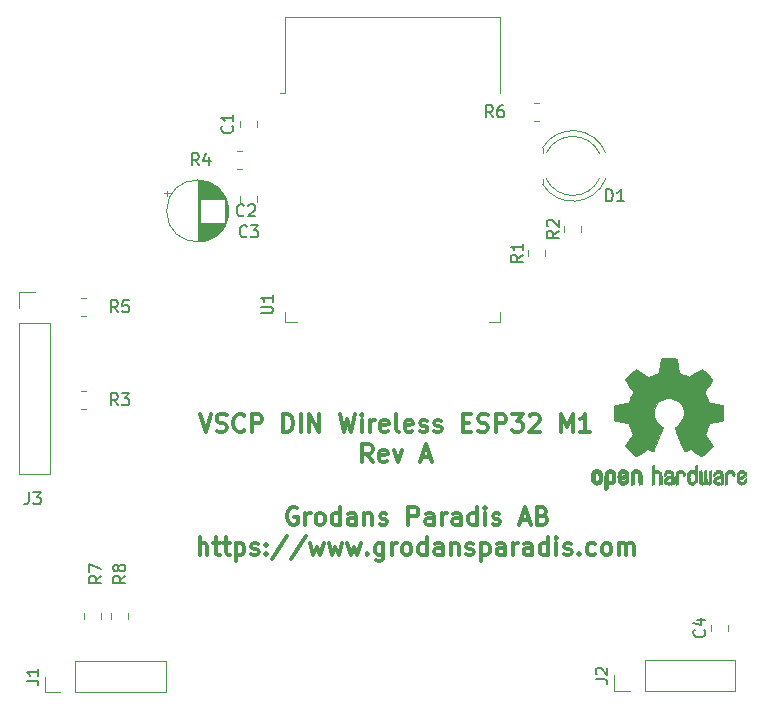
<source format=gbr>
%TF.GenerationSoftware,KiCad,Pcbnew,5.1.9+dfsg1-1*%
%TF.CreationDate,2021-05-25T15:42:46+02:00*%
%TF.ProjectId,vscp-din-wireless-esp32,76736370-2d64-4696-9e2d-776972656c65,rev?*%
%TF.SameCoordinates,Original*%
%TF.FileFunction,Legend,Top*%
%TF.FilePolarity,Positive*%
%FSLAX46Y46*%
G04 Gerber Fmt 4.6, Leading zero omitted, Abs format (unit mm)*
G04 Created by KiCad (PCBNEW 5.1.9+dfsg1-1) date 2021-05-25 15:42:46*
%MOMM*%
%LPD*%
G01*
G04 APERTURE LIST*
%ADD10C,0.300000*%
%ADD11C,0.010000*%
%ADD12C,0.120000*%
%ADD13C,0.150000*%
G04 APERTURE END LIST*
D10*
X131982857Y-75373571D02*
X132482857Y-76873571D01*
X132982857Y-75373571D01*
X133411428Y-76802142D02*
X133625714Y-76873571D01*
X133982857Y-76873571D01*
X134125714Y-76802142D01*
X134197142Y-76730714D01*
X134268571Y-76587857D01*
X134268571Y-76445000D01*
X134197142Y-76302142D01*
X134125714Y-76230714D01*
X133982857Y-76159285D01*
X133697142Y-76087857D01*
X133554285Y-76016428D01*
X133482857Y-75945000D01*
X133411428Y-75802142D01*
X133411428Y-75659285D01*
X133482857Y-75516428D01*
X133554285Y-75445000D01*
X133697142Y-75373571D01*
X134054285Y-75373571D01*
X134268571Y-75445000D01*
X135768571Y-76730714D02*
X135697142Y-76802142D01*
X135482857Y-76873571D01*
X135340000Y-76873571D01*
X135125714Y-76802142D01*
X134982857Y-76659285D01*
X134911428Y-76516428D01*
X134840000Y-76230714D01*
X134840000Y-76016428D01*
X134911428Y-75730714D01*
X134982857Y-75587857D01*
X135125714Y-75445000D01*
X135340000Y-75373571D01*
X135482857Y-75373571D01*
X135697142Y-75445000D01*
X135768571Y-75516428D01*
X136411428Y-76873571D02*
X136411428Y-75373571D01*
X136982857Y-75373571D01*
X137125714Y-75445000D01*
X137197142Y-75516428D01*
X137268571Y-75659285D01*
X137268571Y-75873571D01*
X137197142Y-76016428D01*
X137125714Y-76087857D01*
X136982857Y-76159285D01*
X136411428Y-76159285D01*
X139054285Y-76873571D02*
X139054285Y-75373571D01*
X139411428Y-75373571D01*
X139625714Y-75445000D01*
X139768571Y-75587857D01*
X139840000Y-75730714D01*
X139911428Y-76016428D01*
X139911428Y-76230714D01*
X139840000Y-76516428D01*
X139768571Y-76659285D01*
X139625714Y-76802142D01*
X139411428Y-76873571D01*
X139054285Y-76873571D01*
X140554285Y-76873571D02*
X140554285Y-75373571D01*
X141268571Y-76873571D02*
X141268571Y-75373571D01*
X142125714Y-76873571D01*
X142125714Y-75373571D01*
X143840000Y-75373571D02*
X144197142Y-76873571D01*
X144482857Y-75802142D01*
X144768571Y-76873571D01*
X145125714Y-75373571D01*
X145697142Y-76873571D02*
X145697142Y-75873571D01*
X145697142Y-75373571D02*
X145625714Y-75445000D01*
X145697142Y-75516428D01*
X145768571Y-75445000D01*
X145697142Y-75373571D01*
X145697142Y-75516428D01*
X146411428Y-76873571D02*
X146411428Y-75873571D01*
X146411428Y-76159285D02*
X146482857Y-76016428D01*
X146554285Y-75945000D01*
X146697142Y-75873571D01*
X146840000Y-75873571D01*
X147911428Y-76802142D02*
X147768571Y-76873571D01*
X147482857Y-76873571D01*
X147340000Y-76802142D01*
X147268571Y-76659285D01*
X147268571Y-76087857D01*
X147340000Y-75945000D01*
X147482857Y-75873571D01*
X147768571Y-75873571D01*
X147911428Y-75945000D01*
X147982857Y-76087857D01*
X147982857Y-76230714D01*
X147268571Y-76373571D01*
X148840000Y-76873571D02*
X148697142Y-76802142D01*
X148625714Y-76659285D01*
X148625714Y-75373571D01*
X149982857Y-76802142D02*
X149840000Y-76873571D01*
X149554285Y-76873571D01*
X149411428Y-76802142D01*
X149340000Y-76659285D01*
X149340000Y-76087857D01*
X149411428Y-75945000D01*
X149554285Y-75873571D01*
X149840000Y-75873571D01*
X149982857Y-75945000D01*
X150054285Y-76087857D01*
X150054285Y-76230714D01*
X149340000Y-76373571D01*
X150625714Y-76802142D02*
X150768571Y-76873571D01*
X151054285Y-76873571D01*
X151197142Y-76802142D01*
X151268571Y-76659285D01*
X151268571Y-76587857D01*
X151197142Y-76445000D01*
X151054285Y-76373571D01*
X150840000Y-76373571D01*
X150697142Y-76302142D01*
X150625714Y-76159285D01*
X150625714Y-76087857D01*
X150697142Y-75945000D01*
X150840000Y-75873571D01*
X151054285Y-75873571D01*
X151197142Y-75945000D01*
X151840000Y-76802142D02*
X151982857Y-76873571D01*
X152268571Y-76873571D01*
X152411428Y-76802142D01*
X152482857Y-76659285D01*
X152482857Y-76587857D01*
X152411428Y-76445000D01*
X152268571Y-76373571D01*
X152054285Y-76373571D01*
X151911428Y-76302142D01*
X151840000Y-76159285D01*
X151840000Y-76087857D01*
X151911428Y-75945000D01*
X152054285Y-75873571D01*
X152268571Y-75873571D01*
X152411428Y-75945000D01*
X154268571Y-76087857D02*
X154768571Y-76087857D01*
X154982857Y-76873571D02*
X154268571Y-76873571D01*
X154268571Y-75373571D01*
X154982857Y-75373571D01*
X155554285Y-76802142D02*
X155768571Y-76873571D01*
X156125714Y-76873571D01*
X156268571Y-76802142D01*
X156340000Y-76730714D01*
X156411428Y-76587857D01*
X156411428Y-76445000D01*
X156340000Y-76302142D01*
X156268571Y-76230714D01*
X156125714Y-76159285D01*
X155840000Y-76087857D01*
X155697142Y-76016428D01*
X155625714Y-75945000D01*
X155554285Y-75802142D01*
X155554285Y-75659285D01*
X155625714Y-75516428D01*
X155697142Y-75445000D01*
X155840000Y-75373571D01*
X156197142Y-75373571D01*
X156411428Y-75445000D01*
X157054285Y-76873571D02*
X157054285Y-75373571D01*
X157625714Y-75373571D01*
X157768571Y-75445000D01*
X157840000Y-75516428D01*
X157911428Y-75659285D01*
X157911428Y-75873571D01*
X157840000Y-76016428D01*
X157768571Y-76087857D01*
X157625714Y-76159285D01*
X157054285Y-76159285D01*
X158411428Y-75373571D02*
X159340000Y-75373571D01*
X158840000Y-75945000D01*
X159054285Y-75945000D01*
X159197142Y-76016428D01*
X159268571Y-76087857D01*
X159340000Y-76230714D01*
X159340000Y-76587857D01*
X159268571Y-76730714D01*
X159197142Y-76802142D01*
X159054285Y-76873571D01*
X158625714Y-76873571D01*
X158482857Y-76802142D01*
X158411428Y-76730714D01*
X159911428Y-75516428D02*
X159982857Y-75445000D01*
X160125714Y-75373571D01*
X160482857Y-75373571D01*
X160625714Y-75445000D01*
X160697142Y-75516428D01*
X160768571Y-75659285D01*
X160768571Y-75802142D01*
X160697142Y-76016428D01*
X159840000Y-76873571D01*
X160768571Y-76873571D01*
X162554285Y-76873571D02*
X162554285Y-75373571D01*
X163054285Y-76445000D01*
X163554285Y-75373571D01*
X163554285Y-76873571D01*
X165054285Y-76873571D02*
X164197142Y-76873571D01*
X164625714Y-76873571D02*
X164625714Y-75373571D01*
X164482857Y-75587857D01*
X164340000Y-75730714D01*
X164197142Y-75802142D01*
X146625714Y-79423571D02*
X146125714Y-78709285D01*
X145768571Y-79423571D02*
X145768571Y-77923571D01*
X146340000Y-77923571D01*
X146482857Y-77995000D01*
X146554285Y-78066428D01*
X146625714Y-78209285D01*
X146625714Y-78423571D01*
X146554285Y-78566428D01*
X146482857Y-78637857D01*
X146340000Y-78709285D01*
X145768571Y-78709285D01*
X147840000Y-79352142D02*
X147697142Y-79423571D01*
X147411428Y-79423571D01*
X147268571Y-79352142D01*
X147197142Y-79209285D01*
X147197142Y-78637857D01*
X147268571Y-78495000D01*
X147411428Y-78423571D01*
X147697142Y-78423571D01*
X147840000Y-78495000D01*
X147911428Y-78637857D01*
X147911428Y-78780714D01*
X147197142Y-78923571D01*
X148411428Y-78423571D02*
X148768571Y-79423571D01*
X149125714Y-78423571D01*
X150768571Y-78995000D02*
X151482857Y-78995000D01*
X150625714Y-79423571D02*
X151125714Y-77923571D01*
X151625714Y-79423571D01*
X140225142Y-83319000D02*
X140082285Y-83247571D01*
X139868000Y-83247571D01*
X139653714Y-83319000D01*
X139510857Y-83461857D01*
X139439428Y-83604714D01*
X139368000Y-83890428D01*
X139368000Y-84104714D01*
X139439428Y-84390428D01*
X139510857Y-84533285D01*
X139653714Y-84676142D01*
X139868000Y-84747571D01*
X140010857Y-84747571D01*
X140225142Y-84676142D01*
X140296571Y-84604714D01*
X140296571Y-84104714D01*
X140010857Y-84104714D01*
X140939428Y-84747571D02*
X140939428Y-83747571D01*
X140939428Y-84033285D02*
X141010857Y-83890428D01*
X141082285Y-83819000D01*
X141225142Y-83747571D01*
X141368000Y-83747571D01*
X142082285Y-84747571D02*
X141939428Y-84676142D01*
X141868000Y-84604714D01*
X141796571Y-84461857D01*
X141796571Y-84033285D01*
X141868000Y-83890428D01*
X141939428Y-83819000D01*
X142082285Y-83747571D01*
X142296571Y-83747571D01*
X142439428Y-83819000D01*
X142510857Y-83890428D01*
X142582285Y-84033285D01*
X142582285Y-84461857D01*
X142510857Y-84604714D01*
X142439428Y-84676142D01*
X142296571Y-84747571D01*
X142082285Y-84747571D01*
X143868000Y-84747571D02*
X143868000Y-83247571D01*
X143868000Y-84676142D02*
X143725142Y-84747571D01*
X143439428Y-84747571D01*
X143296571Y-84676142D01*
X143225142Y-84604714D01*
X143153714Y-84461857D01*
X143153714Y-84033285D01*
X143225142Y-83890428D01*
X143296571Y-83819000D01*
X143439428Y-83747571D01*
X143725142Y-83747571D01*
X143868000Y-83819000D01*
X145225142Y-84747571D02*
X145225142Y-83961857D01*
X145153714Y-83819000D01*
X145010857Y-83747571D01*
X144725142Y-83747571D01*
X144582285Y-83819000D01*
X145225142Y-84676142D02*
X145082285Y-84747571D01*
X144725142Y-84747571D01*
X144582285Y-84676142D01*
X144510857Y-84533285D01*
X144510857Y-84390428D01*
X144582285Y-84247571D01*
X144725142Y-84176142D01*
X145082285Y-84176142D01*
X145225142Y-84104714D01*
X145939428Y-83747571D02*
X145939428Y-84747571D01*
X145939428Y-83890428D02*
X146010857Y-83819000D01*
X146153714Y-83747571D01*
X146368000Y-83747571D01*
X146510857Y-83819000D01*
X146582285Y-83961857D01*
X146582285Y-84747571D01*
X147225142Y-84676142D02*
X147368000Y-84747571D01*
X147653714Y-84747571D01*
X147796571Y-84676142D01*
X147868000Y-84533285D01*
X147868000Y-84461857D01*
X147796571Y-84319000D01*
X147653714Y-84247571D01*
X147439428Y-84247571D01*
X147296571Y-84176142D01*
X147225142Y-84033285D01*
X147225142Y-83961857D01*
X147296571Y-83819000D01*
X147439428Y-83747571D01*
X147653714Y-83747571D01*
X147796571Y-83819000D01*
X149653714Y-84747571D02*
X149653714Y-83247571D01*
X150225142Y-83247571D01*
X150368000Y-83319000D01*
X150439428Y-83390428D01*
X150510857Y-83533285D01*
X150510857Y-83747571D01*
X150439428Y-83890428D01*
X150368000Y-83961857D01*
X150225142Y-84033285D01*
X149653714Y-84033285D01*
X151796571Y-84747571D02*
X151796571Y-83961857D01*
X151725142Y-83819000D01*
X151582285Y-83747571D01*
X151296571Y-83747571D01*
X151153714Y-83819000D01*
X151796571Y-84676142D02*
X151653714Y-84747571D01*
X151296571Y-84747571D01*
X151153714Y-84676142D01*
X151082285Y-84533285D01*
X151082285Y-84390428D01*
X151153714Y-84247571D01*
X151296571Y-84176142D01*
X151653714Y-84176142D01*
X151796571Y-84104714D01*
X152510857Y-84747571D02*
X152510857Y-83747571D01*
X152510857Y-84033285D02*
X152582285Y-83890428D01*
X152653714Y-83819000D01*
X152796571Y-83747571D01*
X152939428Y-83747571D01*
X154082285Y-84747571D02*
X154082285Y-83961857D01*
X154010857Y-83819000D01*
X153868000Y-83747571D01*
X153582285Y-83747571D01*
X153439428Y-83819000D01*
X154082285Y-84676142D02*
X153939428Y-84747571D01*
X153582285Y-84747571D01*
X153439428Y-84676142D01*
X153368000Y-84533285D01*
X153368000Y-84390428D01*
X153439428Y-84247571D01*
X153582285Y-84176142D01*
X153939428Y-84176142D01*
X154082285Y-84104714D01*
X155439428Y-84747571D02*
X155439428Y-83247571D01*
X155439428Y-84676142D02*
X155296571Y-84747571D01*
X155010857Y-84747571D01*
X154868000Y-84676142D01*
X154796571Y-84604714D01*
X154725142Y-84461857D01*
X154725142Y-84033285D01*
X154796571Y-83890428D01*
X154868000Y-83819000D01*
X155010857Y-83747571D01*
X155296571Y-83747571D01*
X155439428Y-83819000D01*
X156153714Y-84747571D02*
X156153714Y-83747571D01*
X156153714Y-83247571D02*
X156082285Y-83319000D01*
X156153714Y-83390428D01*
X156225142Y-83319000D01*
X156153714Y-83247571D01*
X156153714Y-83390428D01*
X156796571Y-84676142D02*
X156939428Y-84747571D01*
X157225142Y-84747571D01*
X157368000Y-84676142D01*
X157439428Y-84533285D01*
X157439428Y-84461857D01*
X157368000Y-84319000D01*
X157225142Y-84247571D01*
X157010857Y-84247571D01*
X156868000Y-84176142D01*
X156796571Y-84033285D01*
X156796571Y-83961857D01*
X156868000Y-83819000D01*
X157010857Y-83747571D01*
X157225142Y-83747571D01*
X157368000Y-83819000D01*
X159153714Y-84319000D02*
X159867999Y-84319000D01*
X159010857Y-84747571D02*
X159510857Y-83247571D01*
X160010857Y-84747571D01*
X161010857Y-83961857D02*
X161225142Y-84033285D01*
X161296571Y-84104714D01*
X161367999Y-84247571D01*
X161367999Y-84461857D01*
X161296571Y-84604714D01*
X161225142Y-84676142D01*
X161082285Y-84747571D01*
X160510857Y-84747571D01*
X160510857Y-83247571D01*
X161010857Y-83247571D01*
X161153714Y-83319000D01*
X161225142Y-83390428D01*
X161296571Y-83533285D01*
X161296571Y-83676142D01*
X161225142Y-83819000D01*
X161153714Y-83890428D01*
X161010857Y-83961857D01*
X160510857Y-83961857D01*
X131975142Y-87297571D02*
X131975142Y-85797571D01*
X132618000Y-87297571D02*
X132618000Y-86511857D01*
X132546571Y-86369000D01*
X132403714Y-86297571D01*
X132189428Y-86297571D01*
X132046571Y-86369000D01*
X131975142Y-86440428D01*
X133118000Y-86297571D02*
X133689428Y-86297571D01*
X133332285Y-85797571D02*
X133332285Y-87083285D01*
X133403714Y-87226142D01*
X133546571Y-87297571D01*
X133689428Y-87297571D01*
X133975142Y-86297571D02*
X134546571Y-86297571D01*
X134189428Y-85797571D02*
X134189428Y-87083285D01*
X134260857Y-87226142D01*
X134403714Y-87297571D01*
X134546571Y-87297571D01*
X135046571Y-86297571D02*
X135046571Y-87797571D01*
X135046571Y-86369000D02*
X135189428Y-86297571D01*
X135475142Y-86297571D01*
X135618000Y-86369000D01*
X135689428Y-86440428D01*
X135760857Y-86583285D01*
X135760857Y-87011857D01*
X135689428Y-87154714D01*
X135618000Y-87226142D01*
X135475142Y-87297571D01*
X135189428Y-87297571D01*
X135046571Y-87226142D01*
X136332285Y-87226142D02*
X136475142Y-87297571D01*
X136760857Y-87297571D01*
X136903714Y-87226142D01*
X136975142Y-87083285D01*
X136975142Y-87011857D01*
X136903714Y-86869000D01*
X136760857Y-86797571D01*
X136546571Y-86797571D01*
X136403714Y-86726142D01*
X136332285Y-86583285D01*
X136332285Y-86511857D01*
X136403714Y-86369000D01*
X136546571Y-86297571D01*
X136760857Y-86297571D01*
X136903714Y-86369000D01*
X137618000Y-87154714D02*
X137689428Y-87226142D01*
X137618000Y-87297571D01*
X137546571Y-87226142D01*
X137618000Y-87154714D01*
X137618000Y-87297571D01*
X137618000Y-86369000D02*
X137689428Y-86440428D01*
X137618000Y-86511857D01*
X137546571Y-86440428D01*
X137618000Y-86369000D01*
X137618000Y-86511857D01*
X139403714Y-85726142D02*
X138118000Y-87654714D01*
X140975142Y-85726142D02*
X139689428Y-87654714D01*
X141332285Y-86297571D02*
X141618000Y-87297571D01*
X141903714Y-86583285D01*
X142189428Y-87297571D01*
X142475142Y-86297571D01*
X142903714Y-86297571D02*
X143189428Y-87297571D01*
X143475142Y-86583285D01*
X143760857Y-87297571D01*
X144046571Y-86297571D01*
X144475142Y-86297571D02*
X144760857Y-87297571D01*
X145046571Y-86583285D01*
X145332285Y-87297571D01*
X145618000Y-86297571D01*
X146189428Y-87154714D02*
X146260857Y-87226142D01*
X146189428Y-87297571D01*
X146118000Y-87226142D01*
X146189428Y-87154714D01*
X146189428Y-87297571D01*
X147546571Y-86297571D02*
X147546571Y-87511857D01*
X147475142Y-87654714D01*
X147403714Y-87726142D01*
X147260857Y-87797571D01*
X147046571Y-87797571D01*
X146903714Y-87726142D01*
X147546571Y-87226142D02*
X147403714Y-87297571D01*
X147118000Y-87297571D01*
X146975142Y-87226142D01*
X146903714Y-87154714D01*
X146832285Y-87011857D01*
X146832285Y-86583285D01*
X146903714Y-86440428D01*
X146975142Y-86369000D01*
X147118000Y-86297571D01*
X147403714Y-86297571D01*
X147546571Y-86369000D01*
X148260857Y-87297571D02*
X148260857Y-86297571D01*
X148260857Y-86583285D02*
X148332285Y-86440428D01*
X148403714Y-86369000D01*
X148546571Y-86297571D01*
X148689428Y-86297571D01*
X149403714Y-87297571D02*
X149260857Y-87226142D01*
X149189428Y-87154714D01*
X149118000Y-87011857D01*
X149118000Y-86583285D01*
X149189428Y-86440428D01*
X149260857Y-86369000D01*
X149403714Y-86297571D01*
X149618000Y-86297571D01*
X149760857Y-86369000D01*
X149832285Y-86440428D01*
X149903714Y-86583285D01*
X149903714Y-87011857D01*
X149832285Y-87154714D01*
X149760857Y-87226142D01*
X149618000Y-87297571D01*
X149403714Y-87297571D01*
X151189428Y-87297571D02*
X151189428Y-85797571D01*
X151189428Y-87226142D02*
X151046571Y-87297571D01*
X150760857Y-87297571D01*
X150618000Y-87226142D01*
X150546571Y-87154714D01*
X150475142Y-87011857D01*
X150475142Y-86583285D01*
X150546571Y-86440428D01*
X150618000Y-86369000D01*
X150760857Y-86297571D01*
X151046571Y-86297571D01*
X151189428Y-86369000D01*
X152546571Y-87297571D02*
X152546571Y-86511857D01*
X152475142Y-86369000D01*
X152332285Y-86297571D01*
X152046571Y-86297571D01*
X151903714Y-86369000D01*
X152546571Y-87226142D02*
X152403714Y-87297571D01*
X152046571Y-87297571D01*
X151903714Y-87226142D01*
X151832285Y-87083285D01*
X151832285Y-86940428D01*
X151903714Y-86797571D01*
X152046571Y-86726142D01*
X152403714Y-86726142D01*
X152546571Y-86654714D01*
X153260857Y-86297571D02*
X153260857Y-87297571D01*
X153260857Y-86440428D02*
X153332285Y-86369000D01*
X153475142Y-86297571D01*
X153689428Y-86297571D01*
X153832285Y-86369000D01*
X153903714Y-86511857D01*
X153903714Y-87297571D01*
X154546571Y-87226142D02*
X154689428Y-87297571D01*
X154975142Y-87297571D01*
X155118000Y-87226142D01*
X155189428Y-87083285D01*
X155189428Y-87011857D01*
X155118000Y-86869000D01*
X154975142Y-86797571D01*
X154760857Y-86797571D01*
X154618000Y-86726142D01*
X154546571Y-86583285D01*
X154546571Y-86511857D01*
X154618000Y-86369000D01*
X154760857Y-86297571D01*
X154975142Y-86297571D01*
X155118000Y-86369000D01*
X155832285Y-86297571D02*
X155832285Y-87797571D01*
X155832285Y-86369000D02*
X155975142Y-86297571D01*
X156260857Y-86297571D01*
X156403714Y-86369000D01*
X156475142Y-86440428D01*
X156546571Y-86583285D01*
X156546571Y-87011857D01*
X156475142Y-87154714D01*
X156403714Y-87226142D01*
X156260857Y-87297571D01*
X155975142Y-87297571D01*
X155832285Y-87226142D01*
X157832285Y-87297571D02*
X157832285Y-86511857D01*
X157760857Y-86369000D01*
X157618000Y-86297571D01*
X157332285Y-86297571D01*
X157189428Y-86369000D01*
X157832285Y-87226142D02*
X157689428Y-87297571D01*
X157332285Y-87297571D01*
X157189428Y-87226142D01*
X157118000Y-87083285D01*
X157118000Y-86940428D01*
X157189428Y-86797571D01*
X157332285Y-86726142D01*
X157689428Y-86726142D01*
X157832285Y-86654714D01*
X158546571Y-87297571D02*
X158546571Y-86297571D01*
X158546571Y-86583285D02*
X158618000Y-86440428D01*
X158689428Y-86369000D01*
X158832285Y-86297571D01*
X158975142Y-86297571D01*
X160118000Y-87297571D02*
X160118000Y-86511857D01*
X160046571Y-86369000D01*
X159903714Y-86297571D01*
X159618000Y-86297571D01*
X159475142Y-86369000D01*
X160118000Y-87226142D02*
X159975142Y-87297571D01*
X159618000Y-87297571D01*
X159475142Y-87226142D01*
X159403714Y-87083285D01*
X159403714Y-86940428D01*
X159475142Y-86797571D01*
X159618000Y-86726142D01*
X159975142Y-86726142D01*
X160118000Y-86654714D01*
X161475142Y-87297571D02*
X161475142Y-85797571D01*
X161475142Y-87226142D02*
X161332285Y-87297571D01*
X161046571Y-87297571D01*
X160903714Y-87226142D01*
X160832285Y-87154714D01*
X160760857Y-87011857D01*
X160760857Y-86583285D01*
X160832285Y-86440428D01*
X160903714Y-86369000D01*
X161046571Y-86297571D01*
X161332285Y-86297571D01*
X161475142Y-86369000D01*
X162189428Y-87297571D02*
X162189428Y-86297571D01*
X162189428Y-85797571D02*
X162118000Y-85869000D01*
X162189428Y-85940428D01*
X162260857Y-85869000D01*
X162189428Y-85797571D01*
X162189428Y-85940428D01*
X162832285Y-87226142D02*
X162975142Y-87297571D01*
X163260857Y-87297571D01*
X163403714Y-87226142D01*
X163475142Y-87083285D01*
X163475142Y-87011857D01*
X163403714Y-86869000D01*
X163260857Y-86797571D01*
X163046571Y-86797571D01*
X162903714Y-86726142D01*
X162832285Y-86583285D01*
X162832285Y-86511857D01*
X162903714Y-86369000D01*
X163046571Y-86297571D01*
X163260857Y-86297571D01*
X163403714Y-86369000D01*
X164118000Y-87154714D02*
X164189428Y-87226142D01*
X164118000Y-87297571D01*
X164046571Y-87226142D01*
X164118000Y-87154714D01*
X164118000Y-87297571D01*
X165475142Y-87226142D02*
X165332285Y-87297571D01*
X165046571Y-87297571D01*
X164903714Y-87226142D01*
X164832285Y-87154714D01*
X164760857Y-87011857D01*
X164760857Y-86583285D01*
X164832285Y-86440428D01*
X164903714Y-86369000D01*
X165046571Y-86297571D01*
X165332285Y-86297571D01*
X165475142Y-86369000D01*
X166332285Y-87297571D02*
X166189428Y-87226142D01*
X166118000Y-87154714D01*
X166046571Y-87011857D01*
X166046571Y-86583285D01*
X166118000Y-86440428D01*
X166189428Y-86369000D01*
X166332285Y-86297571D01*
X166546571Y-86297571D01*
X166689428Y-86369000D01*
X166760857Y-86440428D01*
X166832285Y-86583285D01*
X166832285Y-87011857D01*
X166760857Y-87154714D01*
X166689428Y-87226142D01*
X166546571Y-87297571D01*
X166332285Y-87297571D01*
X167475142Y-87297571D02*
X167475142Y-86297571D01*
X167475142Y-86440428D02*
X167546571Y-86369000D01*
X167689428Y-86297571D01*
X167903714Y-86297571D01*
X168046571Y-86369000D01*
X168118000Y-86511857D01*
X168118000Y-87297571D01*
X168118000Y-86511857D02*
X168189428Y-86369000D01*
X168332285Y-86297571D01*
X168546571Y-86297571D01*
X168689428Y-86369000D01*
X168760857Y-86511857D01*
X168760857Y-87297571D01*
D11*
%TO.C,REF\u002A\u002A*%
G36*
X171913014Y-70652998D02*
G01*
X172071006Y-70653863D01*
X172185347Y-70656205D01*
X172263407Y-70660762D01*
X172312554Y-70668270D01*
X172340159Y-70679466D01*
X172353592Y-70695088D01*
X172360221Y-70715873D01*
X172360865Y-70718563D01*
X172370935Y-70767113D01*
X172389575Y-70862905D01*
X172414845Y-70995743D01*
X172444807Y-71155431D01*
X172477522Y-71331774D01*
X172478664Y-71337967D01*
X172511433Y-71510782D01*
X172542093Y-71663469D01*
X172568664Y-71786871D01*
X172589167Y-71871831D01*
X172601626Y-71909190D01*
X172602220Y-71909852D01*
X172638919Y-71928095D01*
X172714586Y-71958497D01*
X172812878Y-71994493D01*
X172813425Y-71994685D01*
X172937233Y-72041222D01*
X173083196Y-72100504D01*
X173220781Y-72160109D01*
X173227293Y-72163056D01*
X173451390Y-72264765D01*
X173947619Y-71925897D01*
X174099846Y-71822592D01*
X174237741Y-71730237D01*
X174353315Y-71654084D01*
X174438579Y-71599385D01*
X174485544Y-71571393D01*
X174490004Y-71569317D01*
X174524134Y-71578560D01*
X174587881Y-71623156D01*
X174683731Y-71705209D01*
X174814169Y-71826821D01*
X174947328Y-71956205D01*
X175075694Y-72083702D01*
X175190581Y-72200046D01*
X175285073Y-72298052D01*
X175352253Y-72370536D01*
X175385206Y-72410313D01*
X175386432Y-72412361D01*
X175390074Y-72439656D01*
X175376350Y-72484234D01*
X175341869Y-72552112D01*
X175283239Y-72649311D01*
X175197070Y-72781851D01*
X175082200Y-72952476D01*
X174980254Y-73102655D01*
X174889123Y-73237350D01*
X174814073Y-73348740D01*
X174760369Y-73429005D01*
X174733280Y-73470325D01*
X174731574Y-73473130D01*
X174734882Y-73512721D01*
X174759953Y-73589669D01*
X174801798Y-73689432D01*
X174816712Y-73721291D01*
X174881786Y-73863226D01*
X174951212Y-74024273D01*
X175007609Y-74163621D01*
X175048247Y-74267044D01*
X175080526Y-74345642D01*
X175099178Y-74386720D01*
X175101497Y-74389885D01*
X175135803Y-74395128D01*
X175216669Y-74409494D01*
X175333343Y-74430937D01*
X175475075Y-74457413D01*
X175631110Y-74486877D01*
X175790698Y-74517283D01*
X175943085Y-74546588D01*
X176077521Y-74572745D01*
X176183252Y-74593710D01*
X176249526Y-74607439D01*
X176265782Y-74611320D01*
X176282573Y-74620900D01*
X176295249Y-74642536D01*
X176304378Y-74683531D01*
X176310531Y-74751189D01*
X176314280Y-74852812D01*
X176316192Y-74995703D01*
X176316840Y-75187165D01*
X176316874Y-75265645D01*
X176316874Y-75903906D01*
X176163598Y-75934160D01*
X176078322Y-75950564D01*
X175951070Y-75974509D01*
X175797315Y-76003107D01*
X175632534Y-76033467D01*
X175586989Y-76041806D01*
X175434932Y-76071370D01*
X175302468Y-76100442D01*
X175200714Y-76126329D01*
X175140788Y-76146337D01*
X175130805Y-76152301D01*
X175106293Y-76194534D01*
X175071148Y-76276370D01*
X175032173Y-76381683D01*
X175024442Y-76404368D01*
X174973360Y-76545018D01*
X174909954Y-76703714D01*
X174847904Y-76846225D01*
X174847598Y-76846886D01*
X174744267Y-77070440D01*
X175423961Y-78070232D01*
X174987621Y-78507300D01*
X174855649Y-78637381D01*
X174735279Y-78752048D01*
X174633273Y-78845181D01*
X174556391Y-78910658D01*
X174511393Y-78942357D01*
X174504938Y-78944368D01*
X174467040Y-78928529D01*
X174389708Y-78884496D01*
X174281389Y-78817490D01*
X174150532Y-78732734D01*
X174009052Y-78637816D01*
X173865461Y-78540998D01*
X173737435Y-78456751D01*
X173633105Y-78390258D01*
X173560600Y-78346702D01*
X173528158Y-78331264D01*
X173488576Y-78344328D01*
X173413519Y-78378750D01*
X173318468Y-78427380D01*
X173308392Y-78432785D01*
X173180391Y-78496980D01*
X173092618Y-78528463D01*
X173038028Y-78528798D01*
X173009575Y-78499548D01*
X173009410Y-78499138D01*
X172995188Y-78464498D01*
X172961269Y-78382269D01*
X172910284Y-78258814D01*
X172844862Y-78100498D01*
X172767634Y-77913686D01*
X172681229Y-77704742D01*
X172597551Y-77502446D01*
X172505588Y-77279200D01*
X172421150Y-77072392D01*
X172346769Y-76888362D01*
X172284974Y-76733451D01*
X172238297Y-76613996D01*
X172209268Y-76536339D01*
X172200322Y-76507356D01*
X172222756Y-76474110D01*
X172281439Y-76421123D01*
X172359689Y-76362704D01*
X172582534Y-76177952D01*
X172756718Y-75966182D01*
X172880154Y-75731856D01*
X172950754Y-75479434D01*
X172966431Y-75213377D01*
X172955036Y-75090575D01*
X172892950Y-74835793D01*
X172786023Y-74610801D01*
X172640889Y-74417817D01*
X172464178Y-74259061D01*
X172262522Y-74136750D01*
X172042554Y-74053105D01*
X171810906Y-74010344D01*
X171574209Y-74010687D01*
X171339095Y-74056352D01*
X171112196Y-74149559D01*
X170900144Y-74292527D01*
X170811636Y-74373383D01*
X170641889Y-74581007D01*
X170523699Y-74807895D01*
X170456278Y-75047433D01*
X170438840Y-75293007D01*
X170470598Y-75538003D01*
X170550765Y-75775808D01*
X170678555Y-75999807D01*
X170853180Y-76203387D01*
X171048312Y-76362704D01*
X171129591Y-76423602D01*
X171187009Y-76476015D01*
X171207678Y-76507406D01*
X171196856Y-76541639D01*
X171166077Y-76623419D01*
X171117874Y-76746407D01*
X171054778Y-76904263D01*
X170979322Y-77090649D01*
X170894038Y-77299226D01*
X170810219Y-77502496D01*
X170717745Y-77725933D01*
X170632089Y-77932984D01*
X170555882Y-78117286D01*
X170491753Y-78272475D01*
X170442332Y-78392188D01*
X170410248Y-78470061D01*
X170398359Y-78499138D01*
X170370274Y-78528677D01*
X170315949Y-78528591D01*
X170228395Y-78497326D01*
X170100619Y-78433329D01*
X170099608Y-78432785D01*
X170003402Y-78383121D01*
X169925631Y-78346945D01*
X169881777Y-78331408D01*
X169879842Y-78331264D01*
X169846829Y-78347024D01*
X169773946Y-78390850D01*
X169669322Y-78457557D01*
X169541090Y-78541964D01*
X169398948Y-78637816D01*
X169254233Y-78734867D01*
X169123804Y-78819270D01*
X169016110Y-78885801D01*
X168939598Y-78929238D01*
X168903062Y-78944368D01*
X168869418Y-78924482D01*
X168801776Y-78868903D01*
X168706893Y-78783754D01*
X168591530Y-78675153D01*
X168462445Y-78549221D01*
X168420229Y-78507149D01*
X167983739Y-78069931D01*
X168315977Y-77582340D01*
X168416946Y-77432605D01*
X168505562Y-77298220D01*
X168576854Y-77186969D01*
X168625850Y-77106639D01*
X168647578Y-77065014D01*
X168648215Y-77062053D01*
X168636760Y-77022818D01*
X168605949Y-76943895D01*
X168561116Y-76838509D01*
X168529647Y-76767954D01*
X168470808Y-76632876D01*
X168415396Y-76496409D01*
X168372436Y-76381103D01*
X168360766Y-76345977D01*
X168327611Y-76252174D01*
X168295201Y-76179694D01*
X168277399Y-76152301D01*
X168238114Y-76135536D01*
X168152374Y-76111770D01*
X168031303Y-76083697D01*
X167886027Y-76054009D01*
X167821012Y-76041806D01*
X167655913Y-76011468D01*
X167497552Y-75982093D01*
X167361404Y-75956569D01*
X167262943Y-75937785D01*
X167244402Y-75934160D01*
X167091127Y-75903906D01*
X167091127Y-75265645D01*
X167091471Y-75055770D01*
X167092884Y-74896980D01*
X167095936Y-74781973D01*
X167101197Y-74703446D01*
X167109237Y-74654096D01*
X167120627Y-74626619D01*
X167135937Y-74613713D01*
X167142218Y-74611320D01*
X167180104Y-74602833D01*
X167263805Y-74585900D01*
X167382567Y-74562566D01*
X167525639Y-74534875D01*
X167682268Y-74504873D01*
X167841703Y-74474604D01*
X167993191Y-74446115D01*
X168125981Y-74421449D01*
X168229319Y-74402651D01*
X168292455Y-74391767D01*
X168306503Y-74389885D01*
X168319230Y-74364704D01*
X168347400Y-74297622D01*
X168385748Y-74201333D01*
X168400391Y-74163621D01*
X168459452Y-74017921D01*
X168529000Y-73856951D01*
X168591288Y-73721291D01*
X168637121Y-73617561D01*
X168667613Y-73532326D01*
X168677792Y-73480126D01*
X168676169Y-73473130D01*
X168654657Y-73440102D01*
X168605535Y-73366643D01*
X168534077Y-73260577D01*
X168445555Y-73129726D01*
X168345241Y-72981912D01*
X168325406Y-72952734D01*
X168209012Y-72779863D01*
X168123452Y-72648226D01*
X168065316Y-72551761D01*
X168031192Y-72484408D01*
X168017669Y-72440106D01*
X168021336Y-72412794D01*
X168021430Y-72412620D01*
X168050293Y-72376746D01*
X168114133Y-72307391D01*
X168206031Y-72211745D01*
X168319067Y-72096999D01*
X168446321Y-71970341D01*
X168460672Y-71956205D01*
X168621043Y-71800903D01*
X168744805Y-71686870D01*
X168834445Y-71612002D01*
X168892448Y-71574196D01*
X168917996Y-71569317D01*
X168955282Y-71590603D01*
X169032657Y-71639773D01*
X169142133Y-71711575D01*
X169275720Y-71800755D01*
X169425430Y-71902063D01*
X169460382Y-71925897D01*
X169956610Y-72264765D01*
X170180707Y-72163056D01*
X170316989Y-72103783D01*
X170463276Y-72044170D01*
X170589035Y-71996640D01*
X170594575Y-71994685D01*
X170692943Y-71958677D01*
X170768771Y-71928229D01*
X170805718Y-71909905D01*
X170805780Y-71909852D01*
X170817504Y-71876729D01*
X170837432Y-71795267D01*
X170863587Y-71674625D01*
X170893990Y-71523959D01*
X170926663Y-71352428D01*
X170929336Y-71337967D01*
X170962110Y-71161235D01*
X170992198Y-71000810D01*
X171017661Y-70866888D01*
X171036559Y-70769663D01*
X171046953Y-70719332D01*
X171047135Y-70718563D01*
X171053461Y-70697153D01*
X171065761Y-70680988D01*
X171091406Y-70669331D01*
X171137765Y-70661445D01*
X171212208Y-70656593D01*
X171322105Y-70654039D01*
X171474825Y-70653045D01*
X171677738Y-70652874D01*
X171704000Y-70652874D01*
X171913014Y-70652998D01*
G37*
X171913014Y-70652998D02*
X172071006Y-70653863D01*
X172185347Y-70656205D01*
X172263407Y-70660762D01*
X172312554Y-70668270D01*
X172340159Y-70679466D01*
X172353592Y-70695088D01*
X172360221Y-70715873D01*
X172360865Y-70718563D01*
X172370935Y-70767113D01*
X172389575Y-70862905D01*
X172414845Y-70995743D01*
X172444807Y-71155431D01*
X172477522Y-71331774D01*
X172478664Y-71337967D01*
X172511433Y-71510782D01*
X172542093Y-71663469D01*
X172568664Y-71786871D01*
X172589167Y-71871831D01*
X172601626Y-71909190D01*
X172602220Y-71909852D01*
X172638919Y-71928095D01*
X172714586Y-71958497D01*
X172812878Y-71994493D01*
X172813425Y-71994685D01*
X172937233Y-72041222D01*
X173083196Y-72100504D01*
X173220781Y-72160109D01*
X173227293Y-72163056D01*
X173451390Y-72264765D01*
X173947619Y-71925897D01*
X174099846Y-71822592D01*
X174237741Y-71730237D01*
X174353315Y-71654084D01*
X174438579Y-71599385D01*
X174485544Y-71571393D01*
X174490004Y-71569317D01*
X174524134Y-71578560D01*
X174587881Y-71623156D01*
X174683731Y-71705209D01*
X174814169Y-71826821D01*
X174947328Y-71956205D01*
X175075694Y-72083702D01*
X175190581Y-72200046D01*
X175285073Y-72298052D01*
X175352253Y-72370536D01*
X175385206Y-72410313D01*
X175386432Y-72412361D01*
X175390074Y-72439656D01*
X175376350Y-72484234D01*
X175341869Y-72552112D01*
X175283239Y-72649311D01*
X175197070Y-72781851D01*
X175082200Y-72952476D01*
X174980254Y-73102655D01*
X174889123Y-73237350D01*
X174814073Y-73348740D01*
X174760369Y-73429005D01*
X174733280Y-73470325D01*
X174731574Y-73473130D01*
X174734882Y-73512721D01*
X174759953Y-73589669D01*
X174801798Y-73689432D01*
X174816712Y-73721291D01*
X174881786Y-73863226D01*
X174951212Y-74024273D01*
X175007609Y-74163621D01*
X175048247Y-74267044D01*
X175080526Y-74345642D01*
X175099178Y-74386720D01*
X175101497Y-74389885D01*
X175135803Y-74395128D01*
X175216669Y-74409494D01*
X175333343Y-74430937D01*
X175475075Y-74457413D01*
X175631110Y-74486877D01*
X175790698Y-74517283D01*
X175943085Y-74546588D01*
X176077521Y-74572745D01*
X176183252Y-74593710D01*
X176249526Y-74607439D01*
X176265782Y-74611320D01*
X176282573Y-74620900D01*
X176295249Y-74642536D01*
X176304378Y-74683531D01*
X176310531Y-74751189D01*
X176314280Y-74852812D01*
X176316192Y-74995703D01*
X176316840Y-75187165D01*
X176316874Y-75265645D01*
X176316874Y-75903906D01*
X176163598Y-75934160D01*
X176078322Y-75950564D01*
X175951070Y-75974509D01*
X175797315Y-76003107D01*
X175632534Y-76033467D01*
X175586989Y-76041806D01*
X175434932Y-76071370D01*
X175302468Y-76100442D01*
X175200714Y-76126329D01*
X175140788Y-76146337D01*
X175130805Y-76152301D01*
X175106293Y-76194534D01*
X175071148Y-76276370D01*
X175032173Y-76381683D01*
X175024442Y-76404368D01*
X174973360Y-76545018D01*
X174909954Y-76703714D01*
X174847904Y-76846225D01*
X174847598Y-76846886D01*
X174744267Y-77070440D01*
X175423961Y-78070232D01*
X174987621Y-78507300D01*
X174855649Y-78637381D01*
X174735279Y-78752048D01*
X174633273Y-78845181D01*
X174556391Y-78910658D01*
X174511393Y-78942357D01*
X174504938Y-78944368D01*
X174467040Y-78928529D01*
X174389708Y-78884496D01*
X174281389Y-78817490D01*
X174150532Y-78732734D01*
X174009052Y-78637816D01*
X173865461Y-78540998D01*
X173737435Y-78456751D01*
X173633105Y-78390258D01*
X173560600Y-78346702D01*
X173528158Y-78331264D01*
X173488576Y-78344328D01*
X173413519Y-78378750D01*
X173318468Y-78427380D01*
X173308392Y-78432785D01*
X173180391Y-78496980D01*
X173092618Y-78528463D01*
X173038028Y-78528798D01*
X173009575Y-78499548D01*
X173009410Y-78499138D01*
X172995188Y-78464498D01*
X172961269Y-78382269D01*
X172910284Y-78258814D01*
X172844862Y-78100498D01*
X172767634Y-77913686D01*
X172681229Y-77704742D01*
X172597551Y-77502446D01*
X172505588Y-77279200D01*
X172421150Y-77072392D01*
X172346769Y-76888362D01*
X172284974Y-76733451D01*
X172238297Y-76613996D01*
X172209268Y-76536339D01*
X172200322Y-76507356D01*
X172222756Y-76474110D01*
X172281439Y-76421123D01*
X172359689Y-76362704D01*
X172582534Y-76177952D01*
X172756718Y-75966182D01*
X172880154Y-75731856D01*
X172950754Y-75479434D01*
X172966431Y-75213377D01*
X172955036Y-75090575D01*
X172892950Y-74835793D01*
X172786023Y-74610801D01*
X172640889Y-74417817D01*
X172464178Y-74259061D01*
X172262522Y-74136750D01*
X172042554Y-74053105D01*
X171810906Y-74010344D01*
X171574209Y-74010687D01*
X171339095Y-74056352D01*
X171112196Y-74149559D01*
X170900144Y-74292527D01*
X170811636Y-74373383D01*
X170641889Y-74581007D01*
X170523699Y-74807895D01*
X170456278Y-75047433D01*
X170438840Y-75293007D01*
X170470598Y-75538003D01*
X170550765Y-75775808D01*
X170678555Y-75999807D01*
X170853180Y-76203387D01*
X171048312Y-76362704D01*
X171129591Y-76423602D01*
X171187009Y-76476015D01*
X171207678Y-76507406D01*
X171196856Y-76541639D01*
X171166077Y-76623419D01*
X171117874Y-76746407D01*
X171054778Y-76904263D01*
X170979322Y-77090649D01*
X170894038Y-77299226D01*
X170810219Y-77502496D01*
X170717745Y-77725933D01*
X170632089Y-77932984D01*
X170555882Y-78117286D01*
X170491753Y-78272475D01*
X170442332Y-78392188D01*
X170410248Y-78470061D01*
X170398359Y-78499138D01*
X170370274Y-78528677D01*
X170315949Y-78528591D01*
X170228395Y-78497326D01*
X170100619Y-78433329D01*
X170099608Y-78432785D01*
X170003402Y-78383121D01*
X169925631Y-78346945D01*
X169881777Y-78331408D01*
X169879842Y-78331264D01*
X169846829Y-78347024D01*
X169773946Y-78390850D01*
X169669322Y-78457557D01*
X169541090Y-78541964D01*
X169398948Y-78637816D01*
X169254233Y-78734867D01*
X169123804Y-78819270D01*
X169016110Y-78885801D01*
X168939598Y-78929238D01*
X168903062Y-78944368D01*
X168869418Y-78924482D01*
X168801776Y-78868903D01*
X168706893Y-78783754D01*
X168591530Y-78675153D01*
X168462445Y-78549221D01*
X168420229Y-78507149D01*
X167983739Y-78069931D01*
X168315977Y-77582340D01*
X168416946Y-77432605D01*
X168505562Y-77298220D01*
X168576854Y-77186969D01*
X168625850Y-77106639D01*
X168647578Y-77065014D01*
X168648215Y-77062053D01*
X168636760Y-77022818D01*
X168605949Y-76943895D01*
X168561116Y-76838509D01*
X168529647Y-76767954D01*
X168470808Y-76632876D01*
X168415396Y-76496409D01*
X168372436Y-76381103D01*
X168360766Y-76345977D01*
X168327611Y-76252174D01*
X168295201Y-76179694D01*
X168277399Y-76152301D01*
X168238114Y-76135536D01*
X168152374Y-76111770D01*
X168031303Y-76083697D01*
X167886027Y-76054009D01*
X167821012Y-76041806D01*
X167655913Y-76011468D01*
X167497552Y-75982093D01*
X167361404Y-75956569D01*
X167262943Y-75937785D01*
X167244402Y-75934160D01*
X167091127Y-75903906D01*
X167091127Y-75265645D01*
X167091471Y-75055770D01*
X167092884Y-74896980D01*
X167095936Y-74781973D01*
X167101197Y-74703446D01*
X167109237Y-74654096D01*
X167120627Y-74626619D01*
X167135937Y-74613713D01*
X167142218Y-74611320D01*
X167180104Y-74602833D01*
X167263805Y-74585900D01*
X167382567Y-74562566D01*
X167525639Y-74534875D01*
X167682268Y-74504873D01*
X167841703Y-74474604D01*
X167993191Y-74446115D01*
X168125981Y-74421449D01*
X168229319Y-74402651D01*
X168292455Y-74391767D01*
X168306503Y-74389885D01*
X168319230Y-74364704D01*
X168347400Y-74297622D01*
X168385748Y-74201333D01*
X168400391Y-74163621D01*
X168459452Y-74017921D01*
X168529000Y-73856951D01*
X168591288Y-73721291D01*
X168637121Y-73617561D01*
X168667613Y-73532326D01*
X168677792Y-73480126D01*
X168676169Y-73473130D01*
X168654657Y-73440102D01*
X168605535Y-73366643D01*
X168534077Y-73260577D01*
X168445555Y-73129726D01*
X168345241Y-72981912D01*
X168325406Y-72952734D01*
X168209012Y-72779863D01*
X168123452Y-72648226D01*
X168065316Y-72551761D01*
X168031192Y-72484408D01*
X168017669Y-72440106D01*
X168021336Y-72412794D01*
X168021430Y-72412620D01*
X168050293Y-72376746D01*
X168114133Y-72307391D01*
X168206031Y-72211745D01*
X168319067Y-72096999D01*
X168446321Y-71970341D01*
X168460672Y-71956205D01*
X168621043Y-71800903D01*
X168744805Y-71686870D01*
X168834445Y-71612002D01*
X168892448Y-71574196D01*
X168917996Y-71569317D01*
X168955282Y-71590603D01*
X169032657Y-71639773D01*
X169142133Y-71711575D01*
X169275720Y-71800755D01*
X169425430Y-71902063D01*
X169460382Y-71925897D01*
X169956610Y-72264765D01*
X170180707Y-72163056D01*
X170316989Y-72103783D01*
X170463276Y-72044170D01*
X170589035Y-71996640D01*
X170594575Y-71994685D01*
X170692943Y-71958677D01*
X170768771Y-71928229D01*
X170805718Y-71909905D01*
X170805780Y-71909852D01*
X170817504Y-71876729D01*
X170837432Y-71795267D01*
X170863587Y-71674625D01*
X170893990Y-71523959D01*
X170926663Y-71352428D01*
X170929336Y-71337967D01*
X170962110Y-71161235D01*
X170992198Y-71000810D01*
X171017661Y-70866888D01*
X171036559Y-70769663D01*
X171046953Y-70719332D01*
X171047135Y-70718563D01*
X171053461Y-70697153D01*
X171065761Y-70680988D01*
X171091406Y-70669331D01*
X171137765Y-70661445D01*
X171212208Y-70656593D01*
X171322105Y-70654039D01*
X171474825Y-70653045D01*
X171677738Y-70652874D01*
X171704000Y-70652874D01*
X171913014Y-70652998D01*
G36*
X178047439Y-80156540D02*
G01*
X178162950Y-80232034D01*
X178218664Y-80299617D01*
X178262804Y-80422255D01*
X178266309Y-80519298D01*
X178258368Y-80649056D01*
X177959115Y-80780039D01*
X177813611Y-80846958D01*
X177718537Y-80900790D01*
X177669101Y-80947416D01*
X177660511Y-80992720D01*
X177687972Y-81042582D01*
X177718253Y-81075632D01*
X177806363Y-81128633D01*
X177902196Y-81132347D01*
X177990212Y-81091041D01*
X178054869Y-81008983D01*
X178066433Y-80980008D01*
X178121825Y-80889509D01*
X178185553Y-80850940D01*
X178272966Y-80817946D01*
X178272966Y-80943034D01*
X178265238Y-81028156D01*
X178234966Y-81099938D01*
X178171518Y-81182356D01*
X178162088Y-81193066D01*
X178091513Y-81266391D01*
X178030847Y-81305742D01*
X177954950Y-81323845D01*
X177892030Y-81329774D01*
X177779487Y-81331251D01*
X177699370Y-81312535D01*
X177649390Y-81284747D01*
X177570838Y-81223641D01*
X177516463Y-81157554D01*
X177482052Y-81074441D01*
X177463388Y-80962254D01*
X177456256Y-80808946D01*
X177455687Y-80731136D01*
X177457622Y-80637853D01*
X177633899Y-80637853D01*
X177635944Y-80687896D01*
X177641039Y-80696092D01*
X177674666Y-80684958D01*
X177747030Y-80655493D01*
X177843747Y-80613601D01*
X177863973Y-80604597D01*
X177986203Y-80542442D01*
X178053547Y-80487815D01*
X178068348Y-80436649D01*
X178032947Y-80384876D01*
X178003711Y-80362000D01*
X177898216Y-80316250D01*
X177799476Y-80323808D01*
X177716812Y-80379651D01*
X177659548Y-80478753D01*
X177641188Y-80557414D01*
X177633899Y-80637853D01*
X177457622Y-80637853D01*
X177459459Y-80549351D01*
X177473359Y-80414853D01*
X177500894Y-80316916D01*
X177545572Y-80244811D01*
X177610901Y-80187813D01*
X177639383Y-80169393D01*
X177768763Y-80121422D01*
X177910412Y-80118403D01*
X178047439Y-80156540D01*
G37*
X178047439Y-80156540D02*
X178162950Y-80232034D01*
X178218664Y-80299617D01*
X178262804Y-80422255D01*
X178266309Y-80519298D01*
X178258368Y-80649056D01*
X177959115Y-80780039D01*
X177813611Y-80846958D01*
X177718537Y-80900790D01*
X177669101Y-80947416D01*
X177660511Y-80992720D01*
X177687972Y-81042582D01*
X177718253Y-81075632D01*
X177806363Y-81128633D01*
X177902196Y-81132347D01*
X177990212Y-81091041D01*
X178054869Y-81008983D01*
X178066433Y-80980008D01*
X178121825Y-80889509D01*
X178185553Y-80850940D01*
X178272966Y-80817946D01*
X178272966Y-80943034D01*
X178265238Y-81028156D01*
X178234966Y-81099938D01*
X178171518Y-81182356D01*
X178162088Y-81193066D01*
X178091513Y-81266391D01*
X178030847Y-81305742D01*
X177954950Y-81323845D01*
X177892030Y-81329774D01*
X177779487Y-81331251D01*
X177699370Y-81312535D01*
X177649390Y-81284747D01*
X177570838Y-81223641D01*
X177516463Y-81157554D01*
X177482052Y-81074441D01*
X177463388Y-80962254D01*
X177456256Y-80808946D01*
X177455687Y-80731136D01*
X177457622Y-80637853D01*
X177633899Y-80637853D01*
X177635944Y-80687896D01*
X177641039Y-80696092D01*
X177674666Y-80684958D01*
X177747030Y-80655493D01*
X177843747Y-80613601D01*
X177863973Y-80604597D01*
X177986203Y-80542442D01*
X178053547Y-80487815D01*
X178068348Y-80436649D01*
X178032947Y-80384876D01*
X178003711Y-80362000D01*
X177898216Y-80316250D01*
X177799476Y-80323808D01*
X177716812Y-80379651D01*
X177659548Y-80478753D01*
X177641188Y-80557414D01*
X177633899Y-80637853D01*
X177457622Y-80637853D01*
X177459459Y-80549351D01*
X177473359Y-80414853D01*
X177500894Y-80316916D01*
X177545572Y-80244811D01*
X177610901Y-80187813D01*
X177639383Y-80169393D01*
X177768763Y-80121422D01*
X177910412Y-80118403D01*
X178047439Y-80156540D01*
G36*
X177039690Y-80140018D02*
G01*
X177074585Y-80155269D01*
X177157877Y-80221235D01*
X177229103Y-80316618D01*
X177273153Y-80418406D01*
X177280322Y-80468587D01*
X177256285Y-80538647D01*
X177203561Y-80575717D01*
X177147031Y-80598164D01*
X177121146Y-80602300D01*
X177108542Y-80572283D01*
X177083654Y-80506961D01*
X177072735Y-80477445D01*
X177011508Y-80375348D01*
X176922861Y-80324423D01*
X176809193Y-80325989D01*
X176800774Y-80327994D01*
X176740088Y-80356767D01*
X176695474Y-80412859D01*
X176665002Y-80503163D01*
X176646744Y-80634571D01*
X176638771Y-80813974D01*
X176638023Y-80909433D01*
X176637652Y-81059913D01*
X176635223Y-81162495D01*
X176628760Y-81227672D01*
X176616288Y-81265938D01*
X176595833Y-81287785D01*
X176565419Y-81303707D01*
X176563661Y-81304509D01*
X176505091Y-81329272D01*
X176476075Y-81338391D01*
X176471616Y-81310822D01*
X176467799Y-81234620D01*
X176464899Y-81119541D01*
X176463191Y-80975341D01*
X176462851Y-80869814D01*
X176464588Y-80665613D01*
X176471382Y-80510697D01*
X176485607Y-80396024D01*
X176509638Y-80312551D01*
X176545848Y-80251236D01*
X176596612Y-80203034D01*
X176646739Y-80169393D01*
X176767275Y-80124619D01*
X176907557Y-80114521D01*
X177039690Y-80140018D01*
G37*
X177039690Y-80140018D02*
X177074585Y-80155269D01*
X177157877Y-80221235D01*
X177229103Y-80316618D01*
X177273153Y-80418406D01*
X177280322Y-80468587D01*
X177256285Y-80538647D01*
X177203561Y-80575717D01*
X177147031Y-80598164D01*
X177121146Y-80602300D01*
X177108542Y-80572283D01*
X177083654Y-80506961D01*
X177072735Y-80477445D01*
X177011508Y-80375348D01*
X176922861Y-80324423D01*
X176809193Y-80325989D01*
X176800774Y-80327994D01*
X176740088Y-80356767D01*
X176695474Y-80412859D01*
X176665002Y-80503163D01*
X176646744Y-80634571D01*
X176638771Y-80813974D01*
X176638023Y-80909433D01*
X176637652Y-81059913D01*
X176635223Y-81162495D01*
X176628760Y-81227672D01*
X176616288Y-81265938D01*
X176595833Y-81287785D01*
X176565419Y-81303707D01*
X176563661Y-81304509D01*
X176505091Y-81329272D01*
X176476075Y-81338391D01*
X176471616Y-81310822D01*
X176467799Y-81234620D01*
X176464899Y-81119541D01*
X176463191Y-80975341D01*
X176462851Y-80869814D01*
X176464588Y-80665613D01*
X176471382Y-80510697D01*
X176485607Y-80396024D01*
X176509638Y-80312551D01*
X176545848Y-80251236D01*
X176596612Y-80203034D01*
X176646739Y-80169393D01*
X176767275Y-80124619D01*
X176907557Y-80114521D01*
X177039690Y-80140018D01*
G36*
X176018406Y-80135156D02*
G01*
X176102469Y-80173393D01*
X176168450Y-80219726D01*
X176216794Y-80271532D01*
X176250172Y-80338363D01*
X176271253Y-80429769D01*
X176282707Y-80555301D01*
X176287203Y-80724508D01*
X176287678Y-80835933D01*
X176287678Y-81270627D01*
X176213316Y-81304509D01*
X176154746Y-81329272D01*
X176125730Y-81338391D01*
X176120179Y-81311257D01*
X176115775Y-81238094D01*
X176113078Y-81131263D01*
X176112506Y-81046437D01*
X176110046Y-80923887D01*
X176103412Y-80826668D01*
X176093726Y-80767134D01*
X176086032Y-80754483D01*
X176034311Y-80767402D01*
X175953117Y-80800539D01*
X175859102Y-80845461D01*
X175768917Y-80893735D01*
X175699215Y-80936928D01*
X175666648Y-80966608D01*
X175666519Y-80966929D01*
X175669320Y-81021857D01*
X175694439Y-81074292D01*
X175738541Y-81116881D01*
X175802909Y-81131126D01*
X175857921Y-81129466D01*
X175935835Y-81128245D01*
X175976732Y-81146498D01*
X176001295Y-81194726D01*
X176004392Y-81203820D01*
X176015040Y-81272598D01*
X175986565Y-81314360D01*
X175912344Y-81334263D01*
X175832168Y-81337944D01*
X175687890Y-81310658D01*
X175613203Y-81271690D01*
X175520963Y-81180148D01*
X175472043Y-81067782D01*
X175467654Y-80949051D01*
X175509001Y-80838411D01*
X175571197Y-80769080D01*
X175633294Y-80730265D01*
X175730895Y-80681125D01*
X175844632Y-80631292D01*
X175863590Y-80623677D01*
X175988521Y-80568545D01*
X176060539Y-80519954D01*
X176083700Y-80471647D01*
X176062064Y-80417370D01*
X176024920Y-80374943D01*
X175937127Y-80322702D01*
X175840530Y-80318784D01*
X175751944Y-80359041D01*
X175688186Y-80439326D01*
X175679817Y-80460040D01*
X175631096Y-80536225D01*
X175559965Y-80592785D01*
X175470207Y-80639201D01*
X175470207Y-80507584D01*
X175475490Y-80427168D01*
X175498142Y-80363786D01*
X175548367Y-80296163D01*
X175596582Y-80244076D01*
X175671554Y-80170322D01*
X175729806Y-80130702D01*
X175792372Y-80114810D01*
X175863193Y-80112184D01*
X176018406Y-80135156D01*
G37*
X176018406Y-80135156D02*
X176102469Y-80173393D01*
X176168450Y-80219726D01*
X176216794Y-80271532D01*
X176250172Y-80338363D01*
X176271253Y-80429769D01*
X176282707Y-80555301D01*
X176287203Y-80724508D01*
X176287678Y-80835933D01*
X176287678Y-81270627D01*
X176213316Y-81304509D01*
X176154746Y-81329272D01*
X176125730Y-81338391D01*
X176120179Y-81311257D01*
X176115775Y-81238094D01*
X176113078Y-81131263D01*
X176112506Y-81046437D01*
X176110046Y-80923887D01*
X176103412Y-80826668D01*
X176093726Y-80767134D01*
X176086032Y-80754483D01*
X176034311Y-80767402D01*
X175953117Y-80800539D01*
X175859102Y-80845461D01*
X175768917Y-80893735D01*
X175699215Y-80936928D01*
X175666648Y-80966608D01*
X175666519Y-80966929D01*
X175669320Y-81021857D01*
X175694439Y-81074292D01*
X175738541Y-81116881D01*
X175802909Y-81131126D01*
X175857921Y-81129466D01*
X175935835Y-81128245D01*
X175976732Y-81146498D01*
X176001295Y-81194726D01*
X176004392Y-81203820D01*
X176015040Y-81272598D01*
X175986565Y-81314360D01*
X175912344Y-81334263D01*
X175832168Y-81337944D01*
X175687890Y-81310658D01*
X175613203Y-81271690D01*
X175520963Y-81180148D01*
X175472043Y-81067782D01*
X175467654Y-80949051D01*
X175509001Y-80838411D01*
X175571197Y-80769080D01*
X175633294Y-80730265D01*
X175730895Y-80681125D01*
X175844632Y-80631292D01*
X175863590Y-80623677D01*
X175988521Y-80568545D01*
X176060539Y-80519954D01*
X176083700Y-80471647D01*
X176062064Y-80417370D01*
X176024920Y-80374943D01*
X175937127Y-80322702D01*
X175840530Y-80318784D01*
X175751944Y-80359041D01*
X175688186Y-80439326D01*
X175679817Y-80460040D01*
X175631096Y-80536225D01*
X175559965Y-80592785D01*
X175470207Y-80639201D01*
X175470207Y-80507584D01*
X175475490Y-80427168D01*
X175498142Y-80363786D01*
X175548367Y-80296163D01*
X175596582Y-80244076D01*
X175671554Y-80170322D01*
X175729806Y-80130702D01*
X175792372Y-80114810D01*
X175863193Y-80112184D01*
X176018406Y-80135156D01*
G36*
X175284124Y-80139840D02*
G01*
X175288579Y-80216653D01*
X175292071Y-80333391D01*
X175294315Y-80480821D01*
X175295035Y-80635455D01*
X175295035Y-81158727D01*
X175202645Y-81251117D01*
X175138978Y-81308047D01*
X175083089Y-81331107D01*
X175006702Y-81329647D01*
X174976380Y-81325934D01*
X174881610Y-81315126D01*
X174803222Y-81308933D01*
X174784115Y-81308361D01*
X174719699Y-81312102D01*
X174627571Y-81321494D01*
X174591850Y-81325934D01*
X174504114Y-81332801D01*
X174445153Y-81317885D01*
X174386690Y-81271835D01*
X174365585Y-81251117D01*
X174273195Y-81158727D01*
X174273195Y-80179947D01*
X174347558Y-80146066D01*
X174411590Y-80120970D01*
X174449052Y-80112184D01*
X174458657Y-80139950D01*
X174467635Y-80217530D01*
X174475386Y-80336348D01*
X174481314Y-80487828D01*
X174484173Y-80615805D01*
X174492161Y-81119425D01*
X174561848Y-81129278D01*
X174625229Y-81122389D01*
X174656286Y-81100083D01*
X174664967Y-81058379D01*
X174672378Y-80969544D01*
X174677931Y-80844834D01*
X174681036Y-80695507D01*
X174681484Y-80618661D01*
X174681931Y-80176287D01*
X174773874Y-80144235D01*
X174838949Y-80122443D01*
X174874347Y-80112281D01*
X174875368Y-80112184D01*
X174878920Y-80139809D01*
X174882823Y-80216411D01*
X174886751Y-80332579D01*
X174890376Y-80478904D01*
X174892908Y-80615805D01*
X174900897Y-81119425D01*
X175076069Y-81119425D01*
X175084107Y-80659965D01*
X175092146Y-80200505D01*
X175177543Y-80156344D01*
X175240593Y-80126019D01*
X175277910Y-80112258D01*
X175278987Y-80112184D01*
X175284124Y-80139840D01*
G37*
X175284124Y-80139840D02*
X175288579Y-80216653D01*
X175292071Y-80333391D01*
X175294315Y-80480821D01*
X175295035Y-80635455D01*
X175295035Y-81158727D01*
X175202645Y-81251117D01*
X175138978Y-81308047D01*
X175083089Y-81331107D01*
X175006702Y-81329647D01*
X174976380Y-81325934D01*
X174881610Y-81315126D01*
X174803222Y-81308933D01*
X174784115Y-81308361D01*
X174719699Y-81312102D01*
X174627571Y-81321494D01*
X174591850Y-81325934D01*
X174504114Y-81332801D01*
X174445153Y-81317885D01*
X174386690Y-81271835D01*
X174365585Y-81251117D01*
X174273195Y-81158727D01*
X174273195Y-80179947D01*
X174347558Y-80146066D01*
X174411590Y-80120970D01*
X174449052Y-80112184D01*
X174458657Y-80139950D01*
X174467635Y-80217530D01*
X174475386Y-80336348D01*
X174481314Y-80487828D01*
X174484173Y-80615805D01*
X174492161Y-81119425D01*
X174561848Y-81129278D01*
X174625229Y-81122389D01*
X174656286Y-81100083D01*
X174664967Y-81058379D01*
X174672378Y-80969544D01*
X174677931Y-80844834D01*
X174681036Y-80695507D01*
X174681484Y-80618661D01*
X174681931Y-80176287D01*
X174773874Y-80144235D01*
X174838949Y-80122443D01*
X174874347Y-80112281D01*
X174875368Y-80112184D01*
X174878920Y-80139809D01*
X174882823Y-80216411D01*
X174886751Y-80332579D01*
X174890376Y-80478904D01*
X174892908Y-80615805D01*
X174900897Y-81119425D01*
X175076069Y-81119425D01*
X175084107Y-80659965D01*
X175092146Y-80200505D01*
X175177543Y-80156344D01*
X175240593Y-80126019D01*
X175277910Y-80112258D01*
X175278987Y-80112184D01*
X175284124Y-80139840D01*
G36*
X174097914Y-80354455D02*
G01*
X174097543Y-80572661D01*
X174096108Y-80740519D01*
X174093002Y-80866070D01*
X174087622Y-80957355D01*
X174079362Y-81022415D01*
X174067616Y-81069291D01*
X174051781Y-81106024D01*
X174039790Y-81126991D01*
X173940490Y-81240694D01*
X173814588Y-81311965D01*
X173675291Y-81337538D01*
X173535805Y-81314150D01*
X173452743Y-81272119D01*
X173365545Y-81199411D01*
X173306117Y-81110612D01*
X173270261Y-80994320D01*
X173253781Y-80839135D01*
X173251447Y-80725287D01*
X173251761Y-80717106D01*
X173455724Y-80717106D01*
X173456970Y-80847657D01*
X173462678Y-80934080D01*
X173475804Y-80990618D01*
X173499306Y-81031514D01*
X173527386Y-81062362D01*
X173621688Y-81121905D01*
X173722940Y-81126992D01*
X173818636Y-81077279D01*
X173826084Y-81070543D01*
X173857874Y-81035502D01*
X173877808Y-80993811D01*
X173888600Y-80931762D01*
X173892965Y-80835644D01*
X173893655Y-80729379D01*
X173892159Y-80595880D01*
X173885964Y-80506822D01*
X173872514Y-80448293D01*
X173849251Y-80406382D01*
X173830175Y-80384123D01*
X173741563Y-80327985D01*
X173639508Y-80321235D01*
X173542095Y-80364114D01*
X173523296Y-80380032D01*
X173491293Y-80415382D01*
X173471318Y-80457502D01*
X173460593Y-80520251D01*
X173456339Y-80617487D01*
X173455724Y-80717106D01*
X173251761Y-80717106D01*
X173258504Y-80541947D01*
X173282472Y-80404195D01*
X173327548Y-80300632D01*
X173397928Y-80219856D01*
X173452743Y-80178455D01*
X173552376Y-80133728D01*
X173667855Y-80112967D01*
X173775199Y-80118525D01*
X173835264Y-80140943D01*
X173858835Y-80147323D01*
X173874477Y-80123535D01*
X173885395Y-80059788D01*
X173893655Y-79962687D01*
X173902699Y-79854541D01*
X173915261Y-79789475D01*
X173938119Y-79752268D01*
X173978051Y-79727699D01*
X174003138Y-79716819D01*
X174098023Y-79677072D01*
X174097914Y-80354455D01*
G37*
X174097914Y-80354455D02*
X174097543Y-80572661D01*
X174096108Y-80740519D01*
X174093002Y-80866070D01*
X174087622Y-80957355D01*
X174079362Y-81022415D01*
X174067616Y-81069291D01*
X174051781Y-81106024D01*
X174039790Y-81126991D01*
X173940490Y-81240694D01*
X173814588Y-81311965D01*
X173675291Y-81337538D01*
X173535805Y-81314150D01*
X173452743Y-81272119D01*
X173365545Y-81199411D01*
X173306117Y-81110612D01*
X173270261Y-80994320D01*
X173253781Y-80839135D01*
X173251447Y-80725287D01*
X173251761Y-80717106D01*
X173455724Y-80717106D01*
X173456970Y-80847657D01*
X173462678Y-80934080D01*
X173475804Y-80990618D01*
X173499306Y-81031514D01*
X173527386Y-81062362D01*
X173621688Y-81121905D01*
X173722940Y-81126992D01*
X173818636Y-81077279D01*
X173826084Y-81070543D01*
X173857874Y-81035502D01*
X173877808Y-80993811D01*
X173888600Y-80931762D01*
X173892965Y-80835644D01*
X173893655Y-80729379D01*
X173892159Y-80595880D01*
X173885964Y-80506822D01*
X173872514Y-80448293D01*
X173849251Y-80406382D01*
X173830175Y-80384123D01*
X173741563Y-80327985D01*
X173639508Y-80321235D01*
X173542095Y-80364114D01*
X173523296Y-80380032D01*
X173491293Y-80415382D01*
X173471318Y-80457502D01*
X173460593Y-80520251D01*
X173456339Y-80617487D01*
X173455724Y-80717106D01*
X173251761Y-80717106D01*
X173258504Y-80541947D01*
X173282472Y-80404195D01*
X173327548Y-80300632D01*
X173397928Y-80219856D01*
X173452743Y-80178455D01*
X173552376Y-80133728D01*
X173667855Y-80112967D01*
X173775199Y-80118525D01*
X173835264Y-80140943D01*
X173858835Y-80147323D01*
X173874477Y-80123535D01*
X173885395Y-80059788D01*
X173893655Y-79962687D01*
X173902699Y-79854541D01*
X173915261Y-79789475D01*
X173938119Y-79752268D01*
X173978051Y-79727699D01*
X174003138Y-79716819D01*
X174098023Y-79677072D01*
X174097914Y-80354455D01*
G36*
X172769943Y-80121920D02*
G01*
X172902565Y-80170859D01*
X173010010Y-80257419D01*
X173052032Y-80318352D01*
X173097843Y-80430161D01*
X173096891Y-80511006D01*
X173048808Y-80565378D01*
X173031017Y-80574624D01*
X172954204Y-80603450D01*
X172914976Y-80596065D01*
X172901689Y-80547658D01*
X172901012Y-80520920D01*
X172876686Y-80422548D01*
X172813281Y-80353734D01*
X172725154Y-80320498D01*
X172626663Y-80328861D01*
X172546602Y-80372296D01*
X172519561Y-80397072D01*
X172500394Y-80427129D01*
X172487446Y-80472565D01*
X172479064Y-80543476D01*
X172473593Y-80649960D01*
X172469378Y-80802112D01*
X172468287Y-80850287D01*
X172464307Y-81015095D01*
X172459781Y-81131088D01*
X172452995Y-81207833D01*
X172442231Y-81254893D01*
X172425773Y-81281835D01*
X172401906Y-81298223D01*
X172386626Y-81305463D01*
X172321733Y-81330220D01*
X172283534Y-81338391D01*
X172270912Y-81311103D01*
X172263208Y-81228603D01*
X172260380Y-81089941D01*
X172262386Y-80894162D01*
X172263011Y-80863965D01*
X172267421Y-80685349D01*
X172272635Y-80554923D01*
X172280055Y-80462492D01*
X172291082Y-80397858D01*
X172307117Y-80350825D01*
X172329561Y-80311196D01*
X172341302Y-80294215D01*
X172408619Y-80219080D01*
X172483910Y-80160638D01*
X172493128Y-80155536D01*
X172628133Y-80115260D01*
X172769943Y-80121920D01*
G37*
X172769943Y-80121920D02*
X172902565Y-80170859D01*
X173010010Y-80257419D01*
X173052032Y-80318352D01*
X173097843Y-80430161D01*
X173096891Y-80511006D01*
X173048808Y-80565378D01*
X173031017Y-80574624D01*
X172954204Y-80603450D01*
X172914976Y-80596065D01*
X172901689Y-80547658D01*
X172901012Y-80520920D01*
X172876686Y-80422548D01*
X172813281Y-80353734D01*
X172725154Y-80320498D01*
X172626663Y-80328861D01*
X172546602Y-80372296D01*
X172519561Y-80397072D01*
X172500394Y-80427129D01*
X172487446Y-80472565D01*
X172479064Y-80543476D01*
X172473593Y-80649960D01*
X172469378Y-80802112D01*
X172468287Y-80850287D01*
X172464307Y-81015095D01*
X172459781Y-81131088D01*
X172452995Y-81207833D01*
X172442231Y-81254893D01*
X172425773Y-81281835D01*
X172401906Y-81298223D01*
X172386626Y-81305463D01*
X172321733Y-81330220D01*
X172283534Y-81338391D01*
X172270912Y-81311103D01*
X172263208Y-81228603D01*
X172260380Y-81089941D01*
X172262386Y-80894162D01*
X172263011Y-80863965D01*
X172267421Y-80685349D01*
X172272635Y-80554923D01*
X172280055Y-80462492D01*
X172291082Y-80397858D01*
X172307117Y-80350825D01*
X172329561Y-80311196D01*
X172341302Y-80294215D01*
X172408619Y-80219080D01*
X172483910Y-80160638D01*
X172493128Y-80155536D01*
X172628133Y-80115260D01*
X172769943Y-80121920D01*
G36*
X171783944Y-80124360D02*
G01*
X171898343Y-80166842D01*
X171899652Y-80167658D01*
X171970403Y-80219730D01*
X172022636Y-80280584D01*
X172059371Y-80359887D01*
X172083634Y-80467309D01*
X172098445Y-80612517D01*
X172106829Y-80805179D01*
X172107564Y-80832628D01*
X172118120Y-81246521D01*
X172029291Y-81292456D01*
X171965018Y-81323498D01*
X171926210Y-81338206D01*
X171924415Y-81338391D01*
X171917700Y-81311250D01*
X171912365Y-81238041D01*
X171909083Y-81131081D01*
X171908368Y-81044469D01*
X171908351Y-80904162D01*
X171901937Y-80816051D01*
X171879580Y-80774025D01*
X171831732Y-80771975D01*
X171748849Y-80803790D01*
X171623713Y-80862272D01*
X171531697Y-80910845D01*
X171484371Y-80952986D01*
X171470458Y-80998916D01*
X171470437Y-81001189D01*
X171493395Y-81080311D01*
X171561370Y-81123055D01*
X171665398Y-81129246D01*
X171740330Y-81128172D01*
X171779839Y-81149753D01*
X171804478Y-81201591D01*
X171818659Y-81267632D01*
X171798223Y-81305104D01*
X171790528Y-81310467D01*
X171718083Y-81332006D01*
X171616633Y-81335055D01*
X171512157Y-81320778D01*
X171438125Y-81294688D01*
X171335772Y-81207785D01*
X171277591Y-81086816D01*
X171266069Y-80992308D01*
X171274862Y-80907062D01*
X171306680Y-80837476D01*
X171369684Y-80775672D01*
X171472031Y-80713772D01*
X171621882Y-80643897D01*
X171631012Y-80639948D01*
X171765997Y-80577588D01*
X171849294Y-80526446D01*
X171884997Y-80480488D01*
X171877203Y-80433683D01*
X171830007Y-80379998D01*
X171815894Y-80367644D01*
X171721359Y-80319741D01*
X171623406Y-80321758D01*
X171538097Y-80368724D01*
X171481496Y-80455669D01*
X171476237Y-80472734D01*
X171425023Y-80555504D01*
X171360037Y-80595372D01*
X171266069Y-80634882D01*
X171266069Y-80532658D01*
X171294653Y-80384072D01*
X171379495Y-80247784D01*
X171423645Y-80202191D01*
X171524005Y-80143674D01*
X171651635Y-80117184D01*
X171783944Y-80124360D01*
G37*
X171783944Y-80124360D02*
X171898343Y-80166842D01*
X171899652Y-80167658D01*
X171970403Y-80219730D01*
X172022636Y-80280584D01*
X172059371Y-80359887D01*
X172083634Y-80467309D01*
X172098445Y-80612517D01*
X172106829Y-80805179D01*
X172107564Y-80832628D01*
X172118120Y-81246521D01*
X172029291Y-81292456D01*
X171965018Y-81323498D01*
X171926210Y-81338206D01*
X171924415Y-81338391D01*
X171917700Y-81311250D01*
X171912365Y-81238041D01*
X171909083Y-81131081D01*
X171908368Y-81044469D01*
X171908351Y-80904162D01*
X171901937Y-80816051D01*
X171879580Y-80774025D01*
X171831732Y-80771975D01*
X171748849Y-80803790D01*
X171623713Y-80862272D01*
X171531697Y-80910845D01*
X171484371Y-80952986D01*
X171470458Y-80998916D01*
X171470437Y-81001189D01*
X171493395Y-81080311D01*
X171561370Y-81123055D01*
X171665398Y-81129246D01*
X171740330Y-81128172D01*
X171779839Y-81149753D01*
X171804478Y-81201591D01*
X171818659Y-81267632D01*
X171798223Y-81305104D01*
X171790528Y-81310467D01*
X171718083Y-81332006D01*
X171616633Y-81335055D01*
X171512157Y-81320778D01*
X171438125Y-81294688D01*
X171335772Y-81207785D01*
X171277591Y-81086816D01*
X171266069Y-80992308D01*
X171274862Y-80907062D01*
X171306680Y-80837476D01*
X171369684Y-80775672D01*
X171472031Y-80713772D01*
X171621882Y-80643897D01*
X171631012Y-80639948D01*
X171765997Y-80577588D01*
X171849294Y-80526446D01*
X171884997Y-80480488D01*
X171877203Y-80433683D01*
X171830007Y-80379998D01*
X171815894Y-80367644D01*
X171721359Y-80319741D01*
X171623406Y-80321758D01*
X171538097Y-80368724D01*
X171481496Y-80455669D01*
X171476237Y-80472734D01*
X171425023Y-80555504D01*
X171360037Y-80595372D01*
X171266069Y-80634882D01*
X171266069Y-80532658D01*
X171294653Y-80384072D01*
X171379495Y-80247784D01*
X171423645Y-80202191D01*
X171524005Y-80143674D01*
X171651635Y-80117184D01*
X171783944Y-80124360D01*
G36*
X170448598Y-79923857D02*
G01*
X170457154Y-80043188D01*
X170466981Y-80113506D01*
X170480599Y-80144179D01*
X170500527Y-80144571D01*
X170506989Y-80140910D01*
X170592940Y-80114398D01*
X170704745Y-80115946D01*
X170818414Y-80143199D01*
X170889510Y-80178455D01*
X170962405Y-80234778D01*
X171015693Y-80298519D01*
X171052275Y-80379510D01*
X171075050Y-80487586D01*
X171086919Y-80632580D01*
X171090782Y-80824326D01*
X171090851Y-80861109D01*
X171090897Y-81274288D01*
X170998954Y-81306339D01*
X170933652Y-81328144D01*
X170897824Y-81338297D01*
X170896770Y-81338391D01*
X170893242Y-81310860D01*
X170890239Y-81234923D01*
X170887990Y-81120565D01*
X170886724Y-80977769D01*
X170886529Y-80890951D01*
X170886123Y-80719773D01*
X170884032Y-80597088D01*
X170878947Y-80513000D01*
X170869560Y-80457614D01*
X170854561Y-80421032D01*
X170832642Y-80393359D01*
X170818957Y-80380032D01*
X170724949Y-80326328D01*
X170622364Y-80322307D01*
X170529290Y-80367725D01*
X170512078Y-80384123D01*
X170486832Y-80414957D01*
X170469320Y-80451531D01*
X170458142Y-80504415D01*
X170451896Y-80584177D01*
X170449182Y-80701385D01*
X170448598Y-80862991D01*
X170448598Y-81274288D01*
X170356655Y-81306339D01*
X170291353Y-81328144D01*
X170255525Y-81338297D01*
X170254471Y-81338391D01*
X170251775Y-81310448D01*
X170249345Y-81231630D01*
X170247278Y-81109453D01*
X170245671Y-80951432D01*
X170244623Y-80765083D01*
X170244231Y-80557920D01*
X170244230Y-80548706D01*
X170244230Y-79759020D01*
X170339115Y-79718997D01*
X170434000Y-79678973D01*
X170448598Y-79923857D01*
G37*
X170448598Y-79923857D02*
X170457154Y-80043188D01*
X170466981Y-80113506D01*
X170480599Y-80144179D01*
X170500527Y-80144571D01*
X170506989Y-80140910D01*
X170592940Y-80114398D01*
X170704745Y-80115946D01*
X170818414Y-80143199D01*
X170889510Y-80178455D01*
X170962405Y-80234778D01*
X171015693Y-80298519D01*
X171052275Y-80379510D01*
X171075050Y-80487586D01*
X171086919Y-80632580D01*
X171090782Y-80824326D01*
X171090851Y-80861109D01*
X171090897Y-81274288D01*
X170998954Y-81306339D01*
X170933652Y-81328144D01*
X170897824Y-81338297D01*
X170896770Y-81338391D01*
X170893242Y-81310860D01*
X170890239Y-81234923D01*
X170887990Y-81120565D01*
X170886724Y-80977769D01*
X170886529Y-80890951D01*
X170886123Y-80719773D01*
X170884032Y-80597088D01*
X170878947Y-80513000D01*
X170869560Y-80457614D01*
X170854561Y-80421032D01*
X170832642Y-80393359D01*
X170818957Y-80380032D01*
X170724949Y-80326328D01*
X170622364Y-80322307D01*
X170529290Y-80367725D01*
X170512078Y-80384123D01*
X170486832Y-80414957D01*
X170469320Y-80451531D01*
X170458142Y-80504415D01*
X170451896Y-80584177D01*
X170449182Y-80701385D01*
X170448598Y-80862991D01*
X170448598Y-81274288D01*
X170356655Y-81306339D01*
X170291353Y-81328144D01*
X170255525Y-81338297D01*
X170254471Y-81338391D01*
X170251775Y-81310448D01*
X170249345Y-81231630D01*
X170247278Y-81109453D01*
X170245671Y-80951432D01*
X170244623Y-80765083D01*
X170244231Y-80557920D01*
X170244230Y-80548706D01*
X170244230Y-79759020D01*
X170339115Y-79718997D01*
X170434000Y-79678973D01*
X170448598Y-79923857D01*
G36*
X168019552Y-80084676D02*
G01*
X168134658Y-80162111D01*
X168223611Y-80273949D01*
X168276749Y-80416265D01*
X168287497Y-80521015D01*
X168286276Y-80564726D01*
X168276056Y-80598194D01*
X168247961Y-80628179D01*
X168193116Y-80661440D01*
X168102645Y-80704738D01*
X167967672Y-80764833D01*
X167966989Y-80765134D01*
X167842751Y-80822037D01*
X167740873Y-80872565D01*
X167671767Y-80911280D01*
X167645846Y-80932740D01*
X167645839Y-80932913D01*
X167668685Y-80979644D01*
X167722109Y-81031154D01*
X167783442Y-81068261D01*
X167814515Y-81075632D01*
X167899289Y-81050138D01*
X167972293Y-80986291D01*
X168007913Y-80916094D01*
X168042180Y-80864343D01*
X168109303Y-80805409D01*
X168188208Y-80754496D01*
X168257821Y-80726809D01*
X168272377Y-80725287D01*
X168288763Y-80750321D01*
X168289750Y-80814311D01*
X168277708Y-80900593D01*
X168255007Y-80992501D01*
X168224014Y-81073369D01*
X168222448Y-81076509D01*
X168129181Y-81206734D01*
X168008304Y-81295311D01*
X167871027Y-81338786D01*
X167728560Y-81333706D01*
X167592112Y-81276616D01*
X167586045Y-81272602D01*
X167478710Y-81175326D01*
X167408132Y-81048409D01*
X167369074Y-80881526D01*
X167363832Y-80834639D01*
X167354548Y-80613329D01*
X167365678Y-80510124D01*
X167645839Y-80510124D01*
X167649479Y-80574503D01*
X167669389Y-80593291D01*
X167719026Y-80579235D01*
X167797267Y-80546009D01*
X167884726Y-80504359D01*
X167886899Y-80503256D01*
X167961030Y-80464265D01*
X167990781Y-80438244D01*
X167983445Y-80410965D01*
X167952553Y-80375121D01*
X167873960Y-80323251D01*
X167789323Y-80319439D01*
X167713403Y-80357189D01*
X167660965Y-80430001D01*
X167645839Y-80510124D01*
X167365678Y-80510124D01*
X167373644Y-80436261D01*
X167422634Y-80295829D01*
X167490836Y-80197447D01*
X167613935Y-80098030D01*
X167749528Y-80048711D01*
X167887955Y-80045568D01*
X168019552Y-80084676D01*
G37*
X168019552Y-80084676D02*
X168134658Y-80162111D01*
X168223611Y-80273949D01*
X168276749Y-80416265D01*
X168287497Y-80521015D01*
X168286276Y-80564726D01*
X168276056Y-80598194D01*
X168247961Y-80628179D01*
X168193116Y-80661440D01*
X168102645Y-80704738D01*
X167967672Y-80764833D01*
X167966989Y-80765134D01*
X167842751Y-80822037D01*
X167740873Y-80872565D01*
X167671767Y-80911280D01*
X167645846Y-80932740D01*
X167645839Y-80932913D01*
X167668685Y-80979644D01*
X167722109Y-81031154D01*
X167783442Y-81068261D01*
X167814515Y-81075632D01*
X167899289Y-81050138D01*
X167972293Y-80986291D01*
X168007913Y-80916094D01*
X168042180Y-80864343D01*
X168109303Y-80805409D01*
X168188208Y-80754496D01*
X168257821Y-80726809D01*
X168272377Y-80725287D01*
X168288763Y-80750321D01*
X168289750Y-80814311D01*
X168277708Y-80900593D01*
X168255007Y-80992501D01*
X168224014Y-81073369D01*
X168222448Y-81076509D01*
X168129181Y-81206734D01*
X168008304Y-81295311D01*
X167871027Y-81338786D01*
X167728560Y-81333706D01*
X167592112Y-81276616D01*
X167586045Y-81272602D01*
X167478710Y-81175326D01*
X167408132Y-81048409D01*
X167369074Y-80881526D01*
X167363832Y-80834639D01*
X167354548Y-80613329D01*
X167365678Y-80510124D01*
X167645839Y-80510124D01*
X167649479Y-80574503D01*
X167669389Y-80593291D01*
X167719026Y-80579235D01*
X167797267Y-80546009D01*
X167884726Y-80504359D01*
X167886899Y-80503256D01*
X167961030Y-80464265D01*
X167990781Y-80438244D01*
X167983445Y-80410965D01*
X167952553Y-80375121D01*
X167873960Y-80323251D01*
X167789323Y-80319439D01*
X167713403Y-80357189D01*
X167660965Y-80430001D01*
X167645839Y-80510124D01*
X167365678Y-80510124D01*
X167373644Y-80436261D01*
X167422634Y-80295829D01*
X167490836Y-80197447D01*
X167613935Y-80098030D01*
X167749528Y-80048711D01*
X167887955Y-80045568D01*
X168019552Y-80084676D01*
G36*
X165752221Y-80066015D02*
G01*
X165889061Y-80137968D01*
X165990051Y-80253766D01*
X166025925Y-80328213D01*
X166053839Y-80439992D01*
X166068129Y-80581227D01*
X166069484Y-80735371D01*
X166058595Y-80885879D01*
X166036153Y-81016205D01*
X166002850Y-81109803D01*
X165992615Y-81125922D01*
X165871382Y-81246249D01*
X165727387Y-81318317D01*
X165571139Y-81339408D01*
X165413148Y-81306802D01*
X165369180Y-81287253D01*
X165283556Y-81227012D01*
X165208408Y-81147135D01*
X165201306Y-81137004D01*
X165172439Y-81088181D01*
X165153357Y-81035990D01*
X165142084Y-80967285D01*
X165136645Y-80868918D01*
X165135062Y-80727744D01*
X165135035Y-80696092D01*
X165135107Y-80686019D01*
X165426989Y-80686019D01*
X165428687Y-80819256D01*
X165435372Y-80907674D01*
X165449425Y-80964785D01*
X165473229Y-81004102D01*
X165485379Y-81017241D01*
X165555236Y-81067172D01*
X165623059Y-81064895D01*
X165691635Y-81021584D01*
X165732535Y-80975346D01*
X165756758Y-80907857D01*
X165770361Y-80801433D01*
X165771294Y-80789020D01*
X165773616Y-80596147D01*
X165749350Y-80452900D01*
X165698824Y-80360160D01*
X165622368Y-80318807D01*
X165595076Y-80316552D01*
X165523411Y-80327893D01*
X165474390Y-80367184D01*
X165444418Y-80442326D01*
X165429899Y-80561222D01*
X165426989Y-80686019D01*
X165135107Y-80686019D01*
X165136122Y-80545659D01*
X165140688Y-80440549D01*
X165150688Y-80367714D01*
X165168079Y-80314108D01*
X165194816Y-80266681D01*
X165200724Y-80257864D01*
X165300032Y-80139007D01*
X165408242Y-80070008D01*
X165539981Y-80042619D01*
X165584717Y-80041281D01*
X165752221Y-80066015D01*
G37*
X165752221Y-80066015D02*
X165889061Y-80137968D01*
X165990051Y-80253766D01*
X166025925Y-80328213D01*
X166053839Y-80439992D01*
X166068129Y-80581227D01*
X166069484Y-80735371D01*
X166058595Y-80885879D01*
X166036153Y-81016205D01*
X166002850Y-81109803D01*
X165992615Y-81125922D01*
X165871382Y-81246249D01*
X165727387Y-81318317D01*
X165571139Y-81339408D01*
X165413148Y-81306802D01*
X165369180Y-81287253D01*
X165283556Y-81227012D01*
X165208408Y-81147135D01*
X165201306Y-81137004D01*
X165172439Y-81088181D01*
X165153357Y-81035990D01*
X165142084Y-80967285D01*
X165136645Y-80868918D01*
X165135062Y-80727744D01*
X165135035Y-80696092D01*
X165135107Y-80686019D01*
X165426989Y-80686019D01*
X165428687Y-80819256D01*
X165435372Y-80907674D01*
X165449425Y-80964785D01*
X165473229Y-81004102D01*
X165485379Y-81017241D01*
X165555236Y-81067172D01*
X165623059Y-81064895D01*
X165691635Y-81021584D01*
X165732535Y-80975346D01*
X165756758Y-80907857D01*
X165770361Y-80801433D01*
X165771294Y-80789020D01*
X165773616Y-80596147D01*
X165749350Y-80452900D01*
X165698824Y-80360160D01*
X165622368Y-80318807D01*
X165595076Y-80316552D01*
X165523411Y-80327893D01*
X165474390Y-80367184D01*
X165444418Y-80442326D01*
X165429899Y-80561222D01*
X165426989Y-80686019D01*
X165135107Y-80686019D01*
X165136122Y-80545659D01*
X165140688Y-80440549D01*
X165150688Y-80367714D01*
X165168079Y-80314108D01*
X165194816Y-80266681D01*
X165200724Y-80257864D01*
X165300032Y-80139007D01*
X165408242Y-80070008D01*
X165539981Y-80042619D01*
X165584717Y-80041281D01*
X165752221Y-80066015D01*
G36*
X169121429Y-80077719D02*
G01*
X169215123Y-80131914D01*
X169280264Y-80185707D01*
X169327907Y-80242066D01*
X169360728Y-80310987D01*
X169381406Y-80402468D01*
X169392620Y-80526506D01*
X169397049Y-80693098D01*
X169397563Y-80812851D01*
X169397563Y-81253659D01*
X169273483Y-81309283D01*
X169149402Y-81364907D01*
X169134805Y-80882095D01*
X169128773Y-80701779D01*
X169122445Y-80570901D01*
X169114606Y-80480511D01*
X169104037Y-80421664D01*
X169089523Y-80385413D01*
X169069848Y-80362810D01*
X169063535Y-80357917D01*
X168967888Y-80319706D01*
X168871207Y-80334827D01*
X168813655Y-80374943D01*
X168790245Y-80403370D01*
X168774039Y-80440672D01*
X168763741Y-80497223D01*
X168758049Y-80583394D01*
X168755664Y-80709558D01*
X168755264Y-80841042D01*
X168755186Y-81005999D01*
X168752361Y-81122761D01*
X168742907Y-81201510D01*
X168722940Y-81252431D01*
X168688576Y-81285706D01*
X168635932Y-81311520D01*
X168565617Y-81338344D01*
X168488820Y-81367542D01*
X168497962Y-80849346D01*
X168501643Y-80662539D01*
X168505950Y-80524490D01*
X168512123Y-80425568D01*
X168521402Y-80356145D01*
X168535027Y-80306590D01*
X168554239Y-80267273D01*
X168577402Y-80232584D01*
X168689152Y-80121770D01*
X168825513Y-80057689D01*
X168973825Y-80042339D01*
X169121429Y-80077719D01*
G37*
X169121429Y-80077719D02*
X169215123Y-80131914D01*
X169280264Y-80185707D01*
X169327907Y-80242066D01*
X169360728Y-80310987D01*
X169381406Y-80402468D01*
X169392620Y-80526506D01*
X169397049Y-80693098D01*
X169397563Y-80812851D01*
X169397563Y-81253659D01*
X169273483Y-81309283D01*
X169149402Y-81364907D01*
X169134805Y-80882095D01*
X169128773Y-80701779D01*
X169122445Y-80570901D01*
X169114606Y-80480511D01*
X169104037Y-80421664D01*
X169089523Y-80385413D01*
X169069848Y-80362810D01*
X169063535Y-80357917D01*
X168967888Y-80319706D01*
X168871207Y-80334827D01*
X168813655Y-80374943D01*
X168790245Y-80403370D01*
X168774039Y-80440672D01*
X168763741Y-80497223D01*
X168758049Y-80583394D01*
X168755664Y-80709558D01*
X168755264Y-80841042D01*
X168755186Y-81005999D01*
X168752361Y-81122761D01*
X168742907Y-81201510D01*
X168722940Y-81252431D01*
X168688576Y-81285706D01*
X168635932Y-81311520D01*
X168565617Y-81338344D01*
X168488820Y-81367542D01*
X168497962Y-80849346D01*
X168501643Y-80662539D01*
X168505950Y-80524490D01*
X168512123Y-80425568D01*
X168521402Y-80356145D01*
X168535027Y-80306590D01*
X168554239Y-80267273D01*
X168577402Y-80232584D01*
X168689152Y-80121770D01*
X168825513Y-80057689D01*
X168973825Y-80042339D01*
X169121429Y-80077719D01*
G36*
X166875900Y-80061903D02*
G01*
X166987450Y-80117522D01*
X167085908Y-80219931D01*
X167113023Y-80257864D01*
X167142562Y-80307500D01*
X167161728Y-80361412D01*
X167172693Y-80433364D01*
X167177629Y-80537122D01*
X167178713Y-80674101D01*
X167173818Y-80861815D01*
X167156804Y-81002758D01*
X167124177Y-81107908D01*
X167072442Y-81188243D01*
X166998104Y-81254741D01*
X166992642Y-81258678D01*
X166919380Y-81298953D01*
X166831160Y-81318880D01*
X166718962Y-81323793D01*
X166536567Y-81323793D01*
X166536491Y-81500857D01*
X166534793Y-81599470D01*
X166524450Y-81657314D01*
X166497422Y-81692006D01*
X166445668Y-81721164D01*
X166433239Y-81727121D01*
X166375077Y-81755039D01*
X166330044Y-81772672D01*
X166296559Y-81774194D01*
X166273038Y-81753781D01*
X166257900Y-81705607D01*
X166249563Y-81623846D01*
X166246444Y-81502672D01*
X166246960Y-81336260D01*
X166249529Y-81118785D01*
X166250332Y-81053736D01*
X166253222Y-80829502D01*
X166255812Y-80682821D01*
X166536414Y-80682821D01*
X166537991Y-80807326D01*
X166545000Y-80888787D01*
X166560858Y-80942515D01*
X166588981Y-80983823D01*
X166608075Y-81003971D01*
X166686135Y-81062921D01*
X166755247Y-81067720D01*
X166826560Y-81019038D01*
X166828368Y-81017241D01*
X166857383Y-80979618D01*
X166875033Y-80928484D01*
X166883936Y-80849738D01*
X166886709Y-80729276D01*
X166886759Y-80702588D01*
X166880058Y-80536583D01*
X166858248Y-80421505D01*
X166818765Y-80351254D01*
X166759044Y-80319729D01*
X166724528Y-80316552D01*
X166642611Y-80331460D01*
X166586421Y-80380548D01*
X166552598Y-80470362D01*
X166537780Y-80607445D01*
X166536414Y-80682821D01*
X166255812Y-80682821D01*
X166256287Y-80655952D01*
X166260247Y-80525382D01*
X166265826Y-80430087D01*
X166273746Y-80362364D01*
X166284731Y-80314507D01*
X166299501Y-80278813D01*
X166318782Y-80247578D01*
X166327049Y-80235824D01*
X166436712Y-80124797D01*
X166575365Y-80061847D01*
X166735754Y-80044297D01*
X166875900Y-80061903D01*
G37*
X166875900Y-80061903D02*
X166987450Y-80117522D01*
X167085908Y-80219931D01*
X167113023Y-80257864D01*
X167142562Y-80307500D01*
X167161728Y-80361412D01*
X167172693Y-80433364D01*
X167177629Y-80537122D01*
X167178713Y-80674101D01*
X167173818Y-80861815D01*
X167156804Y-81002758D01*
X167124177Y-81107908D01*
X167072442Y-81188243D01*
X166998104Y-81254741D01*
X166992642Y-81258678D01*
X166919380Y-81298953D01*
X166831160Y-81318880D01*
X166718962Y-81323793D01*
X166536567Y-81323793D01*
X166536491Y-81500857D01*
X166534793Y-81599470D01*
X166524450Y-81657314D01*
X166497422Y-81692006D01*
X166445668Y-81721164D01*
X166433239Y-81727121D01*
X166375077Y-81755039D01*
X166330044Y-81772672D01*
X166296559Y-81774194D01*
X166273038Y-81753781D01*
X166257900Y-81705607D01*
X166249563Y-81623846D01*
X166246444Y-81502672D01*
X166246960Y-81336260D01*
X166249529Y-81118785D01*
X166250332Y-81053736D01*
X166253222Y-80829502D01*
X166255812Y-80682821D01*
X166536414Y-80682821D01*
X166537991Y-80807326D01*
X166545000Y-80888787D01*
X166560858Y-80942515D01*
X166588981Y-80983823D01*
X166608075Y-81003971D01*
X166686135Y-81062921D01*
X166755247Y-81067720D01*
X166826560Y-81019038D01*
X166828368Y-81017241D01*
X166857383Y-80979618D01*
X166875033Y-80928484D01*
X166883936Y-80849738D01*
X166886709Y-80729276D01*
X166886759Y-80702588D01*
X166880058Y-80536583D01*
X166858248Y-80421505D01*
X166818765Y-80351254D01*
X166759044Y-80319729D01*
X166724528Y-80316552D01*
X166642611Y-80331460D01*
X166586421Y-80380548D01*
X166552598Y-80470362D01*
X166537780Y-80607445D01*
X166536414Y-80682821D01*
X166255812Y-80682821D01*
X166256287Y-80655952D01*
X166260247Y-80525382D01*
X166265826Y-80430087D01*
X166273746Y-80362364D01*
X166284731Y-80314507D01*
X166299501Y-80278813D01*
X166318782Y-80247578D01*
X166327049Y-80235824D01*
X166436712Y-80124797D01*
X166575365Y-80061847D01*
X166735754Y-80044297D01*
X166875900Y-80061903D01*
D12*
%TO.C,R2*%
X164311000Y-59917064D02*
X164311000Y-59462936D01*
X162841000Y-59917064D02*
X162841000Y-59462936D01*
%TO.C,D1*%
X161016000Y-55436000D02*
X161016000Y-55901000D01*
X161016000Y-52811000D02*
X161016000Y-53276000D01*
X165830479Y-55436429D02*
G75*
G02*
X161321316Y-55436000I-2254479J1080429D01*
G01*
X165830479Y-53275571D02*
G75*
G03*
X161321316Y-53276000I-2254479J-1080429D01*
G01*
X166363815Y-55436827D02*
G75*
G02*
X161016000Y-55900830I-2787815J1080827D01*
G01*
X166363815Y-53275173D02*
G75*
G03*
X161016000Y-52811170I-2787815J-1080827D01*
G01*
%TO.C,U1*%
X139200000Y-48206000D02*
X138820000Y-48206000D01*
X139200000Y-41786000D02*
X139200000Y-48206000D01*
X157440000Y-41786000D02*
X157440000Y-48206000D01*
X139200000Y-41786000D02*
X157440000Y-41786000D01*
X157440000Y-67531000D02*
X156440000Y-67531000D01*
X157440000Y-66751000D02*
X157440000Y-67531000D01*
X139200000Y-67531000D02*
X140200000Y-67531000D01*
X139200000Y-66751000D02*
X139200000Y-67531000D01*
%TO.C,R6*%
X160300936Y-50519000D02*
X160755064Y-50519000D01*
X160300936Y-49049000D02*
X160755064Y-49049000D01*
%TO.C,R8*%
X125957000Y-92683064D02*
X125957000Y-92228936D01*
X124487000Y-92683064D02*
X124487000Y-92228936D01*
%TO.C,R7*%
X123671000Y-92683064D02*
X123671000Y-92228936D01*
X122201000Y-92683064D02*
X122201000Y-92228936D01*
%TO.C,R4*%
X135154936Y-54583000D02*
X135609064Y-54583000D01*
X135154936Y-53113000D02*
X135609064Y-53113000D01*
%TO.C,R5*%
X122401064Y-65559000D02*
X121946936Y-65559000D01*
X122401064Y-67029000D02*
X121946936Y-67029000D01*
%TO.C,R3*%
X121946936Y-74903000D02*
X122401064Y-74903000D01*
X121946936Y-73433000D02*
X122401064Y-73433000D01*
%TO.C,R1*%
X161263000Y-61949064D02*
X161263000Y-61494936D01*
X159793000Y-61949064D02*
X159793000Y-61494936D01*
%TO.C,C4*%
X176757000Y-93733252D02*
X176757000Y-93210748D01*
X175287000Y-93733252D02*
X175287000Y-93210748D01*
%TO.C,C1*%
X136879000Y-51061252D02*
X136879000Y-50538748D01*
X135409000Y-51061252D02*
X135409000Y-50538748D01*
%TO.C,C3*%
X135409000Y-56888748D02*
X135409000Y-57411252D01*
X136879000Y-56888748D02*
X136879000Y-57411252D01*
%TO.C,C2*%
X129251225Y-56441000D02*
X129251225Y-56941000D01*
X129001225Y-56691000D02*
X129501225Y-56691000D01*
X134407000Y-57882000D02*
X134407000Y-58450000D01*
X134367000Y-57648000D02*
X134367000Y-58684000D01*
X134327000Y-57489000D02*
X134327000Y-58843000D01*
X134287000Y-57361000D02*
X134287000Y-58971000D01*
X134247000Y-57251000D02*
X134247000Y-59081000D01*
X134207000Y-57155000D02*
X134207000Y-59177000D01*
X134167000Y-57068000D02*
X134167000Y-59264000D01*
X134127000Y-56988000D02*
X134127000Y-59344000D01*
X134087000Y-59206000D02*
X134087000Y-59417000D01*
X134087000Y-56915000D02*
X134087000Y-57126000D01*
X134047000Y-59206000D02*
X134047000Y-59485000D01*
X134047000Y-56847000D02*
X134047000Y-57126000D01*
X134007000Y-59206000D02*
X134007000Y-59549000D01*
X134007000Y-56783000D02*
X134007000Y-57126000D01*
X133967000Y-59206000D02*
X133967000Y-59609000D01*
X133967000Y-56723000D02*
X133967000Y-57126000D01*
X133927000Y-59206000D02*
X133927000Y-59666000D01*
X133927000Y-56666000D02*
X133927000Y-57126000D01*
X133887000Y-59206000D02*
X133887000Y-59720000D01*
X133887000Y-56612000D02*
X133887000Y-57126000D01*
X133847000Y-59206000D02*
X133847000Y-59771000D01*
X133847000Y-56561000D02*
X133847000Y-57126000D01*
X133807000Y-59206000D02*
X133807000Y-59819000D01*
X133807000Y-56513000D02*
X133807000Y-57126000D01*
X133767000Y-59206000D02*
X133767000Y-59865000D01*
X133767000Y-56467000D02*
X133767000Y-57126000D01*
X133727000Y-59206000D02*
X133727000Y-59909000D01*
X133727000Y-56423000D02*
X133727000Y-57126000D01*
X133687000Y-59206000D02*
X133687000Y-59951000D01*
X133687000Y-56381000D02*
X133687000Y-57126000D01*
X133647000Y-59206000D02*
X133647000Y-59992000D01*
X133647000Y-56340000D02*
X133647000Y-57126000D01*
X133607000Y-59206000D02*
X133607000Y-60030000D01*
X133607000Y-56302000D02*
X133607000Y-57126000D01*
X133567000Y-59206000D02*
X133567000Y-60067000D01*
X133567000Y-56265000D02*
X133567000Y-57126000D01*
X133527000Y-59206000D02*
X133527000Y-60103000D01*
X133527000Y-56229000D02*
X133527000Y-57126000D01*
X133487000Y-59206000D02*
X133487000Y-60137000D01*
X133487000Y-56195000D02*
X133487000Y-57126000D01*
X133447000Y-59206000D02*
X133447000Y-60170000D01*
X133447000Y-56162000D02*
X133447000Y-57126000D01*
X133407000Y-59206000D02*
X133407000Y-60201000D01*
X133407000Y-56131000D02*
X133407000Y-57126000D01*
X133367000Y-59206000D02*
X133367000Y-60231000D01*
X133367000Y-56101000D02*
X133367000Y-57126000D01*
X133327000Y-59206000D02*
X133327000Y-60261000D01*
X133327000Y-56071000D02*
X133327000Y-57126000D01*
X133287000Y-59206000D02*
X133287000Y-60288000D01*
X133287000Y-56044000D02*
X133287000Y-57126000D01*
X133247000Y-59206000D02*
X133247000Y-60315000D01*
X133247000Y-56017000D02*
X133247000Y-57126000D01*
X133207000Y-59206000D02*
X133207000Y-60341000D01*
X133207000Y-55991000D02*
X133207000Y-57126000D01*
X133167000Y-59206000D02*
X133167000Y-60366000D01*
X133167000Y-55966000D02*
X133167000Y-57126000D01*
X133127000Y-59206000D02*
X133127000Y-60390000D01*
X133127000Y-55942000D02*
X133127000Y-57126000D01*
X133087000Y-59206000D02*
X133087000Y-60413000D01*
X133087000Y-55919000D02*
X133087000Y-57126000D01*
X133047000Y-59206000D02*
X133047000Y-60434000D01*
X133047000Y-55898000D02*
X133047000Y-57126000D01*
X133007000Y-59206000D02*
X133007000Y-60456000D01*
X133007000Y-55876000D02*
X133007000Y-57126000D01*
X132967000Y-59206000D02*
X132967000Y-60476000D01*
X132967000Y-55856000D02*
X132967000Y-57126000D01*
X132927000Y-59206000D02*
X132927000Y-60495000D01*
X132927000Y-55837000D02*
X132927000Y-57126000D01*
X132887000Y-59206000D02*
X132887000Y-60514000D01*
X132887000Y-55818000D02*
X132887000Y-57126000D01*
X132847000Y-59206000D02*
X132847000Y-60531000D01*
X132847000Y-55801000D02*
X132847000Y-57126000D01*
X132807000Y-59206000D02*
X132807000Y-60548000D01*
X132807000Y-55784000D02*
X132807000Y-57126000D01*
X132767000Y-59206000D02*
X132767000Y-60564000D01*
X132767000Y-55768000D02*
X132767000Y-57126000D01*
X132727000Y-59206000D02*
X132727000Y-60580000D01*
X132727000Y-55752000D02*
X132727000Y-57126000D01*
X132687000Y-59206000D02*
X132687000Y-60594000D01*
X132687000Y-55738000D02*
X132687000Y-57126000D01*
X132647000Y-59206000D02*
X132647000Y-60608000D01*
X132647000Y-55724000D02*
X132647000Y-57126000D01*
X132607000Y-59206000D02*
X132607000Y-60621000D01*
X132607000Y-55711000D02*
X132607000Y-57126000D01*
X132567000Y-59206000D02*
X132567000Y-60634000D01*
X132567000Y-55698000D02*
X132567000Y-57126000D01*
X132527000Y-59206000D02*
X132527000Y-60646000D01*
X132527000Y-55686000D02*
X132527000Y-57126000D01*
X132486000Y-59206000D02*
X132486000Y-60657000D01*
X132486000Y-55675000D02*
X132486000Y-57126000D01*
X132446000Y-59206000D02*
X132446000Y-60667000D01*
X132446000Y-55665000D02*
X132446000Y-57126000D01*
X132406000Y-59206000D02*
X132406000Y-60677000D01*
X132406000Y-55655000D02*
X132406000Y-57126000D01*
X132366000Y-59206000D02*
X132366000Y-60686000D01*
X132366000Y-55646000D02*
X132366000Y-57126000D01*
X132326000Y-59206000D02*
X132326000Y-60694000D01*
X132326000Y-55638000D02*
X132326000Y-57126000D01*
X132286000Y-59206000D02*
X132286000Y-60702000D01*
X132286000Y-55630000D02*
X132286000Y-57126000D01*
X132246000Y-59206000D02*
X132246000Y-60709000D01*
X132246000Y-55623000D02*
X132246000Y-57126000D01*
X132206000Y-59206000D02*
X132206000Y-60716000D01*
X132206000Y-55616000D02*
X132206000Y-57126000D01*
X132166000Y-59206000D02*
X132166000Y-60722000D01*
X132166000Y-55610000D02*
X132166000Y-57126000D01*
X132126000Y-59206000D02*
X132126000Y-60727000D01*
X132126000Y-55605000D02*
X132126000Y-57126000D01*
X132086000Y-59206000D02*
X132086000Y-60731000D01*
X132086000Y-55601000D02*
X132086000Y-57126000D01*
X132046000Y-59206000D02*
X132046000Y-60735000D01*
X132046000Y-55597000D02*
X132046000Y-57126000D01*
X132006000Y-55593000D02*
X132006000Y-60739000D01*
X131966000Y-55590000D02*
X131966000Y-60742000D01*
X131926000Y-55588000D02*
X131926000Y-60744000D01*
X131886000Y-55587000D02*
X131886000Y-60745000D01*
X131846000Y-55586000D02*
X131846000Y-60746000D01*
X131806000Y-55586000D02*
X131806000Y-60746000D01*
X134426000Y-58166000D02*
G75*
G03*
X134426000Y-58166000I-2620000J0D01*
G01*
%TO.C,J1*%
X118870000Y-98930000D02*
X118870000Y-97600000D01*
X120200000Y-98930000D02*
X118870000Y-98930000D01*
X121470000Y-98930000D02*
X121470000Y-96270000D01*
X121470000Y-96270000D02*
X129150000Y-96270000D01*
X121470000Y-98930000D02*
X129150000Y-98930000D01*
X129150000Y-98930000D02*
X129150000Y-96270000D01*
%TO.C,J2*%
X167050000Y-98830000D02*
X167050000Y-97500000D01*
X168380000Y-98830000D02*
X167050000Y-98830000D01*
X169650000Y-98830000D02*
X169650000Y-96170000D01*
X169650000Y-96170000D02*
X177330000Y-96170000D01*
X169650000Y-98830000D02*
X177330000Y-98830000D01*
X177330000Y-98830000D02*
X177330000Y-96170000D01*
%TO.C,J3*%
X116680600Y-65065000D02*
X118010600Y-65065000D01*
X116680600Y-66395000D02*
X116680600Y-65065000D01*
X116680600Y-67665000D02*
X119340600Y-67665000D01*
X119340600Y-67665000D02*
X119340600Y-80425000D01*
X116680600Y-67665000D02*
X116680600Y-80425000D01*
X116680600Y-80425000D02*
X119340600Y-80425000D01*
%TO.C,R2*%
D13*
X162378380Y-59856666D02*
X161902190Y-60190000D01*
X162378380Y-60428095D02*
X161378380Y-60428095D01*
X161378380Y-60047142D01*
X161426000Y-59951904D01*
X161473619Y-59904285D01*
X161568857Y-59856666D01*
X161711714Y-59856666D01*
X161806952Y-59904285D01*
X161854571Y-59951904D01*
X161902190Y-60047142D01*
X161902190Y-60428095D01*
X161473619Y-59475714D02*
X161426000Y-59428095D01*
X161378380Y-59332857D01*
X161378380Y-59094761D01*
X161426000Y-58999523D01*
X161473619Y-58951904D01*
X161568857Y-58904285D01*
X161664095Y-58904285D01*
X161806952Y-58951904D01*
X162378380Y-59523333D01*
X162378380Y-58904285D01*
%TO.C,D1*%
X166393904Y-57348380D02*
X166393904Y-56348380D01*
X166632000Y-56348380D01*
X166774857Y-56396000D01*
X166870095Y-56491238D01*
X166917714Y-56586476D01*
X166965333Y-56776952D01*
X166965333Y-56919809D01*
X166917714Y-57110285D01*
X166870095Y-57205523D01*
X166774857Y-57300761D01*
X166632000Y-57348380D01*
X166393904Y-57348380D01*
X167917714Y-57348380D02*
X167346285Y-57348380D01*
X167632000Y-57348380D02*
X167632000Y-56348380D01*
X167536761Y-56491238D01*
X167441523Y-56586476D01*
X167346285Y-56634095D01*
%TO.C,U1*%
X137162380Y-66842904D02*
X137971904Y-66842904D01*
X138067142Y-66795285D01*
X138114761Y-66747666D01*
X138162380Y-66652428D01*
X138162380Y-66461952D01*
X138114761Y-66366714D01*
X138067142Y-66319095D01*
X137971904Y-66271476D01*
X137162380Y-66271476D01*
X138162380Y-65271476D02*
X138162380Y-65842904D01*
X138162380Y-65557190D02*
X137162380Y-65557190D01*
X137305238Y-65652428D01*
X137400476Y-65747666D01*
X137448095Y-65842904D01*
%TO.C,R6*%
X156805333Y-50236380D02*
X156472000Y-49760190D01*
X156233904Y-50236380D02*
X156233904Y-49236380D01*
X156614857Y-49236380D01*
X156710095Y-49284000D01*
X156757714Y-49331619D01*
X156805333Y-49426857D01*
X156805333Y-49569714D01*
X156757714Y-49664952D01*
X156710095Y-49712571D01*
X156614857Y-49760190D01*
X156233904Y-49760190D01*
X157662476Y-49236380D02*
X157472000Y-49236380D01*
X157376761Y-49284000D01*
X157329142Y-49331619D01*
X157233904Y-49474476D01*
X157186285Y-49664952D01*
X157186285Y-50045904D01*
X157233904Y-50141142D01*
X157281523Y-50188761D01*
X157376761Y-50236380D01*
X157567238Y-50236380D01*
X157662476Y-50188761D01*
X157710095Y-50141142D01*
X157757714Y-50045904D01*
X157757714Y-49807809D01*
X157710095Y-49712571D01*
X157662476Y-49664952D01*
X157567238Y-49617333D01*
X157376761Y-49617333D01*
X157281523Y-49664952D01*
X157233904Y-49712571D01*
X157186285Y-49807809D01*
%TO.C,R8*%
X125674380Y-89066666D02*
X125198190Y-89400000D01*
X125674380Y-89638095D02*
X124674380Y-89638095D01*
X124674380Y-89257142D01*
X124722000Y-89161904D01*
X124769619Y-89114285D01*
X124864857Y-89066666D01*
X125007714Y-89066666D01*
X125102952Y-89114285D01*
X125150571Y-89161904D01*
X125198190Y-89257142D01*
X125198190Y-89638095D01*
X125102952Y-88495238D02*
X125055333Y-88590476D01*
X125007714Y-88638095D01*
X124912476Y-88685714D01*
X124864857Y-88685714D01*
X124769619Y-88638095D01*
X124722000Y-88590476D01*
X124674380Y-88495238D01*
X124674380Y-88304761D01*
X124722000Y-88209523D01*
X124769619Y-88161904D01*
X124864857Y-88114285D01*
X124912476Y-88114285D01*
X125007714Y-88161904D01*
X125055333Y-88209523D01*
X125102952Y-88304761D01*
X125102952Y-88495238D01*
X125150571Y-88590476D01*
X125198190Y-88638095D01*
X125293428Y-88685714D01*
X125483904Y-88685714D01*
X125579142Y-88638095D01*
X125626761Y-88590476D01*
X125674380Y-88495238D01*
X125674380Y-88304761D01*
X125626761Y-88209523D01*
X125579142Y-88161904D01*
X125483904Y-88114285D01*
X125293428Y-88114285D01*
X125198190Y-88161904D01*
X125150571Y-88209523D01*
X125102952Y-88304761D01*
%TO.C,R7*%
X123642380Y-89066666D02*
X123166190Y-89400000D01*
X123642380Y-89638095D02*
X122642380Y-89638095D01*
X122642380Y-89257142D01*
X122690000Y-89161904D01*
X122737619Y-89114285D01*
X122832857Y-89066666D01*
X122975714Y-89066666D01*
X123070952Y-89114285D01*
X123118571Y-89161904D01*
X123166190Y-89257142D01*
X123166190Y-89638095D01*
X122642380Y-88733333D02*
X122642380Y-88066666D01*
X123642380Y-88495238D01*
%TO.C,R4*%
X131913333Y-54300380D02*
X131580000Y-53824190D01*
X131341904Y-54300380D02*
X131341904Y-53300380D01*
X131722857Y-53300380D01*
X131818095Y-53348000D01*
X131865714Y-53395619D01*
X131913333Y-53490857D01*
X131913333Y-53633714D01*
X131865714Y-53728952D01*
X131818095Y-53776571D01*
X131722857Y-53824190D01*
X131341904Y-53824190D01*
X132770476Y-53633714D02*
X132770476Y-54300380D01*
X132532380Y-53252761D02*
X132294285Y-53967047D01*
X132913333Y-53967047D01*
%TO.C,R5*%
X125055333Y-66746380D02*
X124722000Y-66270190D01*
X124483904Y-66746380D02*
X124483904Y-65746380D01*
X124864857Y-65746380D01*
X124960095Y-65794000D01*
X125007714Y-65841619D01*
X125055333Y-65936857D01*
X125055333Y-66079714D01*
X125007714Y-66174952D01*
X124960095Y-66222571D01*
X124864857Y-66270190D01*
X124483904Y-66270190D01*
X125960095Y-65746380D02*
X125483904Y-65746380D01*
X125436285Y-66222571D01*
X125483904Y-66174952D01*
X125579142Y-66127333D01*
X125817238Y-66127333D01*
X125912476Y-66174952D01*
X125960095Y-66222571D01*
X126007714Y-66317809D01*
X126007714Y-66555904D01*
X125960095Y-66651142D01*
X125912476Y-66698761D01*
X125817238Y-66746380D01*
X125579142Y-66746380D01*
X125483904Y-66698761D01*
X125436285Y-66651142D01*
%TO.C,R3*%
X125055333Y-74620380D02*
X124722000Y-74144190D01*
X124483904Y-74620380D02*
X124483904Y-73620380D01*
X124864857Y-73620380D01*
X124960095Y-73668000D01*
X125007714Y-73715619D01*
X125055333Y-73810857D01*
X125055333Y-73953714D01*
X125007714Y-74048952D01*
X124960095Y-74096571D01*
X124864857Y-74144190D01*
X124483904Y-74144190D01*
X125388666Y-73620380D02*
X126007714Y-73620380D01*
X125674380Y-74001333D01*
X125817238Y-74001333D01*
X125912476Y-74048952D01*
X125960095Y-74096571D01*
X126007714Y-74191809D01*
X126007714Y-74429904D01*
X125960095Y-74525142D01*
X125912476Y-74572761D01*
X125817238Y-74620380D01*
X125531523Y-74620380D01*
X125436285Y-74572761D01*
X125388666Y-74525142D01*
%TO.C,R1*%
X159330380Y-61888666D02*
X158854190Y-62222000D01*
X159330380Y-62460095D02*
X158330380Y-62460095D01*
X158330380Y-62079142D01*
X158378000Y-61983904D01*
X158425619Y-61936285D01*
X158520857Y-61888666D01*
X158663714Y-61888666D01*
X158758952Y-61936285D01*
X158806571Y-61983904D01*
X158854190Y-62079142D01*
X158854190Y-62460095D01*
X159330380Y-60936285D02*
X159330380Y-61507714D01*
X159330380Y-61222000D02*
X158330380Y-61222000D01*
X158473238Y-61317238D01*
X158568476Y-61412476D01*
X158616095Y-61507714D01*
%TO.C,C4*%
X174699142Y-93638666D02*
X174746761Y-93686285D01*
X174794380Y-93829142D01*
X174794380Y-93924380D01*
X174746761Y-94067238D01*
X174651523Y-94162476D01*
X174556285Y-94210095D01*
X174365809Y-94257714D01*
X174222952Y-94257714D01*
X174032476Y-94210095D01*
X173937238Y-94162476D01*
X173842000Y-94067238D01*
X173794380Y-93924380D01*
X173794380Y-93829142D01*
X173842000Y-93686285D01*
X173889619Y-93638666D01*
X174127714Y-92781523D02*
X174794380Y-92781523D01*
X173746761Y-93019619D02*
X174461047Y-93257714D01*
X174461047Y-92638666D01*
%TO.C,C1*%
X134723142Y-50966666D02*
X134770761Y-51014285D01*
X134818380Y-51157142D01*
X134818380Y-51252380D01*
X134770761Y-51395238D01*
X134675523Y-51490476D01*
X134580285Y-51538095D01*
X134389809Y-51585714D01*
X134246952Y-51585714D01*
X134056476Y-51538095D01*
X133961238Y-51490476D01*
X133866000Y-51395238D01*
X133818380Y-51252380D01*
X133818380Y-51157142D01*
X133866000Y-51014285D01*
X133913619Y-50966666D01*
X134818380Y-50014285D02*
X134818380Y-50585714D01*
X134818380Y-50300000D02*
X133818380Y-50300000D01*
X133961238Y-50395238D01*
X134056476Y-50490476D01*
X134104095Y-50585714D01*
%TO.C,C3*%
X135977333Y-60301142D02*
X135929714Y-60348761D01*
X135786857Y-60396380D01*
X135691619Y-60396380D01*
X135548761Y-60348761D01*
X135453523Y-60253523D01*
X135405904Y-60158285D01*
X135358285Y-59967809D01*
X135358285Y-59824952D01*
X135405904Y-59634476D01*
X135453523Y-59539238D01*
X135548761Y-59444000D01*
X135691619Y-59396380D01*
X135786857Y-59396380D01*
X135929714Y-59444000D01*
X135977333Y-59491619D01*
X136310666Y-59396380D02*
X136929714Y-59396380D01*
X136596380Y-59777333D01*
X136739238Y-59777333D01*
X136834476Y-59824952D01*
X136882095Y-59872571D01*
X136929714Y-59967809D01*
X136929714Y-60205904D01*
X136882095Y-60301142D01*
X136834476Y-60348761D01*
X136739238Y-60396380D01*
X136453523Y-60396380D01*
X136358285Y-60348761D01*
X136310666Y-60301142D01*
%TO.C,C2*%
X135723333Y-58523142D02*
X135675714Y-58570761D01*
X135532857Y-58618380D01*
X135437619Y-58618380D01*
X135294761Y-58570761D01*
X135199523Y-58475523D01*
X135151904Y-58380285D01*
X135104285Y-58189809D01*
X135104285Y-58046952D01*
X135151904Y-57856476D01*
X135199523Y-57761238D01*
X135294761Y-57666000D01*
X135437619Y-57618380D01*
X135532857Y-57618380D01*
X135675714Y-57666000D01*
X135723333Y-57713619D01*
X136104285Y-57713619D02*
X136151904Y-57666000D01*
X136247142Y-57618380D01*
X136485238Y-57618380D01*
X136580476Y-57666000D01*
X136628095Y-57713619D01*
X136675714Y-57808857D01*
X136675714Y-57904095D01*
X136628095Y-58046952D01*
X136056666Y-58618380D01*
X136675714Y-58618380D01*
%TO.C,J1*%
X117322380Y-97933333D02*
X118036666Y-97933333D01*
X118179523Y-97980952D01*
X118274761Y-98076190D01*
X118322380Y-98219047D01*
X118322380Y-98314285D01*
X118322380Y-96933333D02*
X118322380Y-97504761D01*
X118322380Y-97219047D02*
X117322380Y-97219047D01*
X117465238Y-97314285D01*
X117560476Y-97409523D01*
X117608095Y-97504761D01*
%TO.C,J2*%
X165502380Y-97833333D02*
X166216666Y-97833333D01*
X166359523Y-97880952D01*
X166454761Y-97976190D01*
X166502380Y-98119047D01*
X166502380Y-98214285D01*
X165597619Y-97404761D02*
X165550000Y-97357142D01*
X165502380Y-97261904D01*
X165502380Y-97023809D01*
X165550000Y-96928571D01*
X165597619Y-96880952D01*
X165692857Y-96833333D01*
X165788095Y-96833333D01*
X165930952Y-96880952D01*
X166502380Y-97452380D01*
X166502380Y-96833333D01*
%TO.C,J3*%
X117522666Y-82002380D02*
X117522666Y-82716666D01*
X117475047Y-82859523D01*
X117379809Y-82954761D01*
X117236952Y-83002380D01*
X117141714Y-83002380D01*
X117903619Y-82002380D02*
X118522666Y-82002380D01*
X118189333Y-82383333D01*
X118332190Y-82383333D01*
X118427428Y-82430952D01*
X118475047Y-82478571D01*
X118522666Y-82573809D01*
X118522666Y-82811904D01*
X118475047Y-82907142D01*
X118427428Y-82954761D01*
X118332190Y-83002380D01*
X118046476Y-83002380D01*
X117951238Y-82954761D01*
X117903619Y-82907142D01*
%TD*%
M02*

</source>
